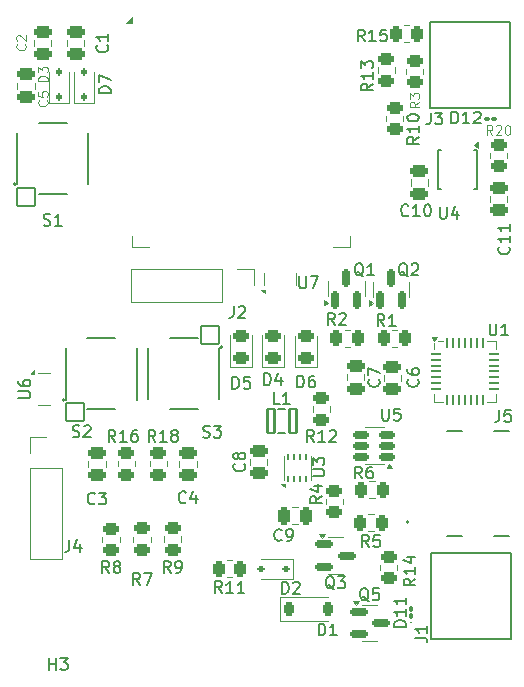
<source format=gto>
G04 #@! TF.GenerationSoftware,KiCad,Pcbnew,9.0.2*
G04 #@! TF.CreationDate,2025-07-03T10:04:56+02:00*
G04 #@! TF.ProjectId,Capteur_courant_IoT,43617074-6575-4725-9f63-6f7572616e74,rev?*
G04 #@! TF.SameCoordinates,Original*
G04 #@! TF.FileFunction,Legend,Top*
G04 #@! TF.FilePolarity,Positive*
%FSLAX46Y46*%
G04 Gerber Fmt 4.6, Leading zero omitted, Abs format (unit mm)*
G04 Created by KiCad (PCBNEW 9.0.2) date 2025-07-03 10:04:56*
%MOMM*%
%LPD*%
G01*
G04 APERTURE LIST*
G04 Aperture macros list*
%AMRoundRect*
0 Rectangle with rounded corners*
0 $1 Rounding radius*
0 $2 $3 $4 $5 $6 $7 $8 $9 X,Y pos of 4 corners*
0 Add a 4 corners polygon primitive as box body*
4,1,4,$2,$3,$4,$5,$6,$7,$8,$9,$2,$3,0*
0 Add four circle primitives for the rounded corners*
1,1,$1+$1,$2,$3*
1,1,$1+$1,$4,$5*
1,1,$1+$1,$6,$7*
1,1,$1+$1,$8,$9*
0 Add four rect primitives between the rounded corners*
20,1,$1+$1,$2,$3,$4,$5,0*
20,1,$1+$1,$4,$5,$6,$7,0*
20,1,$1+$1,$6,$7,$8,$9,0*
20,1,$1+$1,$8,$9,$2,$3,0*%
G04 Aperture macros list end*
%ADD10C,0.150000*%
%ADD11C,0.080000*%
%ADD12C,0.100000*%
%ADD13C,0.120000*%
%ADD14C,0.127000*%
%ADD15C,0.200000*%
%ADD16C,0.152400*%
%ADD17C,0.010000*%
%ADD18R,1.500000X0.900000*%
%ADD19R,0.900000X1.500000*%
%ADD20R,0.900000X0.900000*%
%ADD21C,0.600000*%
%ADD22RoundRect,0.250000X0.262500X0.450000X-0.262500X0.450000X-0.262500X-0.450000X0.262500X-0.450000X0*%
%ADD23RoundRect,0.112500X0.187500X0.112500X-0.187500X0.112500X-0.187500X-0.112500X0.187500X-0.112500X0*%
%ADD24RoundRect,0.250000X-0.475000X0.250000X-0.475000X-0.250000X0.475000X-0.250000X0.475000X0.250000X0*%
%ADD25RoundRect,0.250000X0.475000X-0.250000X0.475000X0.250000X-0.475000X0.250000X-0.475000X-0.250000X0*%
%ADD26RoundRect,0.250000X0.450000X-0.262500X0.450000X0.262500X-0.450000X0.262500X-0.450000X-0.262500X0*%
%ADD27C,5.600000*%
%ADD28RoundRect,0.150000X0.512500X0.150000X-0.512500X0.150000X-0.512500X-0.150000X0.512500X-0.150000X0*%
%ADD29RoundRect,0.250000X-0.262500X-0.450000X0.262500X-0.450000X0.262500X0.450000X-0.262500X0.450000X0*%
%ADD30RoundRect,0.102000X0.312500X1.000000X-0.312500X1.000000X-0.312500X-1.000000X0.312500X-1.000000X0*%
%ADD31RoundRect,0.150000X0.150000X-0.587500X0.150000X0.587500X-0.150000X0.587500X-0.150000X-0.587500X0*%
%ADD32RoundRect,0.250000X-0.450000X0.262500X-0.450000X-0.262500X0.450000X-0.262500X0.450000X0.262500X0*%
%ADD33R,0.250000X0.625000*%
%ADD34R,0.450000X0.700000*%
%ADD35R,0.450000X0.575000*%
%ADD36RoundRect,0.062500X-0.337500X-0.062500X0.337500X-0.062500X0.337500X0.062500X-0.337500X0.062500X0*%
%ADD37RoundRect,0.062500X-0.062500X-0.337500X0.062500X-0.337500X0.062500X0.337500X-0.062500X0.337500X0*%
%ADD38R,3.350000X3.350000*%
%ADD39R,0.625000X0.250000*%
%ADD40R,0.700000X0.450000*%
%ADD41R,0.575000X0.450000*%
%ADD42RoundRect,0.150000X-0.587500X-0.150000X0.587500X-0.150000X0.587500X0.150000X-0.587500X0.150000X0*%
%ADD43R,1.700000X1.700000*%
%ADD44C,1.700000*%
%ADD45RoundRect,0.102000X0.754000X-0.754000X0.754000X0.754000X-0.754000X0.754000X-0.754000X-0.754000X0*%
%ADD46C,1.712000*%
%ADD47RoundRect,0.100000X0.100000X-0.130000X0.100000X0.130000X-0.100000X0.130000X-0.100000X-0.130000X0*%
%ADD48RoundRect,0.243750X0.456250X-0.243750X0.456250X0.243750X-0.456250X0.243750X-0.456250X-0.243750X0*%
%ADD49C,1.651000*%
%ADD50RoundRect,0.062500X0.062500X-0.187500X0.062500X0.187500X-0.062500X0.187500X-0.062500X-0.187500X0*%
%ADD51R,1.600000X0.900000*%
%ADD52RoundRect,0.102000X-0.754000X0.754000X-0.754000X-0.754000X0.754000X-0.754000X0.754000X0.754000X0*%
%ADD53R,0.250000X1.100000*%
%ADD54RoundRect,0.112500X0.112500X-0.187500X0.112500X0.187500X-0.112500X0.187500X-0.112500X-0.187500X0*%
%ADD55RoundRect,0.100000X-0.130000X-0.100000X0.130000X-0.100000X0.130000X0.100000X-0.130000X0.100000X0*%
%ADD56RoundRect,0.250000X0.250000X0.475000X-0.250000X0.475000X-0.250000X-0.475000X0.250000X-0.475000X0*%
%ADD57RoundRect,0.225000X-0.225000X-0.375000X0.225000X-0.375000X0.225000X0.375000X-0.225000X0.375000X0*%
%ADD58C,0.650000*%
%ADD59O,2.304000X1.204000*%
%ADD60O,2.004000X1.204000*%
G04 APERTURE END LIST*
D10*
X150433333Y-99354819D02*
X150100000Y-98878628D01*
X149861905Y-99354819D02*
X149861905Y-98354819D01*
X149861905Y-98354819D02*
X150242857Y-98354819D01*
X150242857Y-98354819D02*
X150338095Y-98402438D01*
X150338095Y-98402438D02*
X150385714Y-98450057D01*
X150385714Y-98450057D02*
X150433333Y-98545295D01*
X150433333Y-98545295D02*
X150433333Y-98688152D01*
X150433333Y-98688152D02*
X150385714Y-98783390D01*
X150385714Y-98783390D02*
X150338095Y-98831009D01*
X150338095Y-98831009D02*
X150242857Y-98878628D01*
X150242857Y-98878628D02*
X149861905Y-98878628D01*
X150814286Y-98450057D02*
X150861905Y-98402438D01*
X150861905Y-98402438D02*
X150957143Y-98354819D01*
X150957143Y-98354819D02*
X151195238Y-98354819D01*
X151195238Y-98354819D02*
X151290476Y-98402438D01*
X151290476Y-98402438D02*
X151338095Y-98450057D01*
X151338095Y-98450057D02*
X151385714Y-98545295D01*
X151385714Y-98545295D02*
X151385714Y-98640533D01*
X151385714Y-98640533D02*
X151338095Y-98783390D01*
X151338095Y-98783390D02*
X150766667Y-99354819D01*
X150766667Y-99354819D02*
X151385714Y-99354819D01*
X145961905Y-122114819D02*
X145961905Y-121114819D01*
X145961905Y-121114819D02*
X146200000Y-121114819D01*
X146200000Y-121114819D02*
X146342857Y-121162438D01*
X146342857Y-121162438D02*
X146438095Y-121257676D01*
X146438095Y-121257676D02*
X146485714Y-121352914D01*
X146485714Y-121352914D02*
X146533333Y-121543390D01*
X146533333Y-121543390D02*
X146533333Y-121686247D01*
X146533333Y-121686247D02*
X146485714Y-121876723D01*
X146485714Y-121876723D02*
X146438095Y-121971961D01*
X146438095Y-121971961D02*
X146342857Y-122067200D01*
X146342857Y-122067200D02*
X146200000Y-122114819D01*
X146200000Y-122114819D02*
X145961905Y-122114819D01*
X146914286Y-121210057D02*
X146961905Y-121162438D01*
X146961905Y-121162438D02*
X147057143Y-121114819D01*
X147057143Y-121114819D02*
X147295238Y-121114819D01*
X147295238Y-121114819D02*
X147390476Y-121162438D01*
X147390476Y-121162438D02*
X147438095Y-121210057D01*
X147438095Y-121210057D02*
X147485714Y-121305295D01*
X147485714Y-121305295D02*
X147485714Y-121400533D01*
X147485714Y-121400533D02*
X147438095Y-121543390D01*
X147438095Y-121543390D02*
X146866667Y-122114819D01*
X146866667Y-122114819D02*
X147485714Y-122114819D01*
X142759580Y-111116666D02*
X142807200Y-111164285D01*
X142807200Y-111164285D02*
X142854819Y-111307142D01*
X142854819Y-111307142D02*
X142854819Y-111402380D01*
X142854819Y-111402380D02*
X142807200Y-111545237D01*
X142807200Y-111545237D02*
X142711961Y-111640475D01*
X142711961Y-111640475D02*
X142616723Y-111688094D01*
X142616723Y-111688094D02*
X142426247Y-111735713D01*
X142426247Y-111735713D02*
X142283390Y-111735713D01*
X142283390Y-111735713D02*
X142092914Y-111688094D01*
X142092914Y-111688094D02*
X141997676Y-111640475D01*
X141997676Y-111640475D02*
X141902438Y-111545237D01*
X141902438Y-111545237D02*
X141854819Y-111402380D01*
X141854819Y-111402380D02*
X141854819Y-111307142D01*
X141854819Y-111307142D02*
X141902438Y-111164285D01*
X141902438Y-111164285D02*
X141950057Y-111116666D01*
X142283390Y-110545237D02*
X142235771Y-110640475D01*
X142235771Y-110640475D02*
X142188152Y-110688094D01*
X142188152Y-110688094D02*
X142092914Y-110735713D01*
X142092914Y-110735713D02*
X142045295Y-110735713D01*
X142045295Y-110735713D02*
X141950057Y-110688094D01*
X141950057Y-110688094D02*
X141902438Y-110640475D01*
X141902438Y-110640475D02*
X141854819Y-110545237D01*
X141854819Y-110545237D02*
X141854819Y-110354761D01*
X141854819Y-110354761D02*
X141902438Y-110259523D01*
X141902438Y-110259523D02*
X141950057Y-110211904D01*
X141950057Y-110211904D02*
X142045295Y-110164285D01*
X142045295Y-110164285D02*
X142092914Y-110164285D01*
X142092914Y-110164285D02*
X142188152Y-110211904D01*
X142188152Y-110211904D02*
X142235771Y-110259523D01*
X142235771Y-110259523D02*
X142283390Y-110354761D01*
X142283390Y-110354761D02*
X142283390Y-110545237D01*
X142283390Y-110545237D02*
X142331009Y-110640475D01*
X142331009Y-110640475D02*
X142378628Y-110688094D01*
X142378628Y-110688094D02*
X142473866Y-110735713D01*
X142473866Y-110735713D02*
X142664342Y-110735713D01*
X142664342Y-110735713D02*
X142759580Y-110688094D01*
X142759580Y-110688094D02*
X142807200Y-110640475D01*
X142807200Y-110640475D02*
X142854819Y-110545237D01*
X142854819Y-110545237D02*
X142854819Y-110354761D01*
X142854819Y-110354761D02*
X142807200Y-110259523D01*
X142807200Y-110259523D02*
X142759580Y-110211904D01*
X142759580Y-110211904D02*
X142664342Y-110164285D01*
X142664342Y-110164285D02*
X142473866Y-110164285D01*
X142473866Y-110164285D02*
X142378628Y-110211904D01*
X142378628Y-110211904D02*
X142331009Y-110259523D01*
X142331009Y-110259523D02*
X142283390Y-110354761D01*
X157459580Y-103966666D02*
X157507200Y-104014285D01*
X157507200Y-104014285D02*
X157554819Y-104157142D01*
X157554819Y-104157142D02*
X157554819Y-104252380D01*
X157554819Y-104252380D02*
X157507200Y-104395237D01*
X157507200Y-104395237D02*
X157411961Y-104490475D01*
X157411961Y-104490475D02*
X157316723Y-104538094D01*
X157316723Y-104538094D02*
X157126247Y-104585713D01*
X157126247Y-104585713D02*
X156983390Y-104585713D01*
X156983390Y-104585713D02*
X156792914Y-104538094D01*
X156792914Y-104538094D02*
X156697676Y-104490475D01*
X156697676Y-104490475D02*
X156602438Y-104395237D01*
X156602438Y-104395237D02*
X156554819Y-104252380D01*
X156554819Y-104252380D02*
X156554819Y-104157142D01*
X156554819Y-104157142D02*
X156602438Y-104014285D01*
X156602438Y-104014285D02*
X156650057Y-103966666D01*
X156554819Y-103109523D02*
X156554819Y-103299999D01*
X156554819Y-103299999D02*
X156602438Y-103395237D01*
X156602438Y-103395237D02*
X156650057Y-103442856D01*
X156650057Y-103442856D02*
X156792914Y-103538094D01*
X156792914Y-103538094D02*
X156983390Y-103585713D01*
X156983390Y-103585713D02*
X157364342Y-103585713D01*
X157364342Y-103585713D02*
X157459580Y-103538094D01*
X157459580Y-103538094D02*
X157507200Y-103490475D01*
X157507200Y-103490475D02*
X157554819Y-103395237D01*
X157554819Y-103395237D02*
X157554819Y-103204761D01*
X157554819Y-103204761D02*
X157507200Y-103109523D01*
X157507200Y-103109523D02*
X157459580Y-103061904D01*
X157459580Y-103061904D02*
X157364342Y-103014285D01*
X157364342Y-103014285D02*
X157126247Y-103014285D01*
X157126247Y-103014285D02*
X157031009Y-103061904D01*
X157031009Y-103061904D02*
X156983390Y-103109523D01*
X156983390Y-103109523D02*
X156935771Y-103204761D01*
X156935771Y-103204761D02*
X156935771Y-103395237D01*
X156935771Y-103395237D02*
X156983390Y-103490475D01*
X156983390Y-103490475D02*
X157031009Y-103538094D01*
X157031009Y-103538094D02*
X157126247Y-103585713D01*
X157254819Y-120842857D02*
X156778628Y-121176190D01*
X157254819Y-121414285D02*
X156254819Y-121414285D01*
X156254819Y-121414285D02*
X156254819Y-121033333D01*
X156254819Y-121033333D02*
X156302438Y-120938095D01*
X156302438Y-120938095D02*
X156350057Y-120890476D01*
X156350057Y-120890476D02*
X156445295Y-120842857D01*
X156445295Y-120842857D02*
X156588152Y-120842857D01*
X156588152Y-120842857D02*
X156683390Y-120890476D01*
X156683390Y-120890476D02*
X156731009Y-120938095D01*
X156731009Y-120938095D02*
X156778628Y-121033333D01*
X156778628Y-121033333D02*
X156778628Y-121414285D01*
X157254819Y-119890476D02*
X157254819Y-120461904D01*
X157254819Y-120176190D02*
X156254819Y-120176190D01*
X156254819Y-120176190D02*
X156397676Y-120271428D01*
X156397676Y-120271428D02*
X156492914Y-120366666D01*
X156492914Y-120366666D02*
X156540533Y-120461904D01*
X156588152Y-119033333D02*
X157254819Y-119033333D01*
X156207200Y-119271428D02*
X156921485Y-119509523D01*
X156921485Y-119509523D02*
X156921485Y-118890476D01*
X154438095Y-106454819D02*
X154438095Y-107264342D01*
X154438095Y-107264342D02*
X154485714Y-107359580D01*
X154485714Y-107359580D02*
X154533333Y-107407200D01*
X154533333Y-107407200D02*
X154628571Y-107454819D01*
X154628571Y-107454819D02*
X154819047Y-107454819D01*
X154819047Y-107454819D02*
X154914285Y-107407200D01*
X154914285Y-107407200D02*
X154961904Y-107359580D01*
X154961904Y-107359580D02*
X155009523Y-107264342D01*
X155009523Y-107264342D02*
X155009523Y-106454819D01*
X155961904Y-106454819D02*
X155485714Y-106454819D01*
X155485714Y-106454819D02*
X155438095Y-106931009D01*
X155438095Y-106931009D02*
X155485714Y-106883390D01*
X155485714Y-106883390D02*
X155580952Y-106835771D01*
X155580952Y-106835771D02*
X155819047Y-106835771D01*
X155819047Y-106835771D02*
X155914285Y-106883390D01*
X155914285Y-106883390D02*
X155961904Y-106931009D01*
X155961904Y-106931009D02*
X156009523Y-107026247D01*
X156009523Y-107026247D02*
X156009523Y-107264342D01*
X156009523Y-107264342D02*
X155961904Y-107359580D01*
X155961904Y-107359580D02*
X155914285Y-107407200D01*
X155914285Y-107407200D02*
X155819047Y-107454819D01*
X155819047Y-107454819D02*
X155580952Y-107454819D01*
X155580952Y-107454819D02*
X155485714Y-107407200D01*
X155485714Y-107407200D02*
X155438095Y-107359580D01*
X148657142Y-109254819D02*
X148323809Y-108778628D01*
X148085714Y-109254819D02*
X148085714Y-108254819D01*
X148085714Y-108254819D02*
X148466666Y-108254819D01*
X148466666Y-108254819D02*
X148561904Y-108302438D01*
X148561904Y-108302438D02*
X148609523Y-108350057D01*
X148609523Y-108350057D02*
X148657142Y-108445295D01*
X148657142Y-108445295D02*
X148657142Y-108588152D01*
X148657142Y-108588152D02*
X148609523Y-108683390D01*
X148609523Y-108683390D02*
X148561904Y-108731009D01*
X148561904Y-108731009D02*
X148466666Y-108778628D01*
X148466666Y-108778628D02*
X148085714Y-108778628D01*
X149609523Y-109254819D02*
X149038095Y-109254819D01*
X149323809Y-109254819D02*
X149323809Y-108254819D01*
X149323809Y-108254819D02*
X149228571Y-108397676D01*
X149228571Y-108397676D02*
X149133333Y-108492914D01*
X149133333Y-108492914D02*
X149038095Y-108540533D01*
X149990476Y-108350057D02*
X150038095Y-108302438D01*
X150038095Y-108302438D02*
X150133333Y-108254819D01*
X150133333Y-108254819D02*
X150371428Y-108254819D01*
X150371428Y-108254819D02*
X150466666Y-108302438D01*
X150466666Y-108302438D02*
X150514285Y-108350057D01*
X150514285Y-108350057D02*
X150561904Y-108445295D01*
X150561904Y-108445295D02*
X150561904Y-108540533D01*
X150561904Y-108540533D02*
X150514285Y-108683390D01*
X150514285Y-108683390D02*
X149942857Y-109254819D01*
X149942857Y-109254819D02*
X150561904Y-109254819D01*
D11*
X157585935Y-80473332D02*
X157204982Y-80739999D01*
X157585935Y-80930475D02*
X156785935Y-80930475D01*
X156785935Y-80930475D02*
X156785935Y-80625713D01*
X156785935Y-80625713D02*
X156824030Y-80549523D01*
X156824030Y-80549523D02*
X156862125Y-80511428D01*
X156862125Y-80511428D02*
X156938316Y-80473332D01*
X156938316Y-80473332D02*
X157052601Y-80473332D01*
X157052601Y-80473332D02*
X157128792Y-80511428D01*
X157128792Y-80511428D02*
X157166887Y-80549523D01*
X157166887Y-80549523D02*
X157204982Y-80625713D01*
X157204982Y-80625713D02*
X157204982Y-80930475D01*
X156785935Y-80206666D02*
X156785935Y-79711428D01*
X156785935Y-79711428D02*
X157090697Y-79978094D01*
X157090697Y-79978094D02*
X157090697Y-79863809D01*
X157090697Y-79863809D02*
X157128792Y-79787618D01*
X157128792Y-79787618D02*
X157166887Y-79749523D01*
X157166887Y-79749523D02*
X157243078Y-79711428D01*
X157243078Y-79711428D02*
X157433554Y-79711428D01*
X157433554Y-79711428D02*
X157509744Y-79749523D01*
X157509744Y-79749523D02*
X157547840Y-79787618D01*
X157547840Y-79787618D02*
X157585935Y-79863809D01*
X157585935Y-79863809D02*
X157585935Y-80092380D01*
X157585935Y-80092380D02*
X157547840Y-80168571D01*
X157547840Y-80168571D02*
X157509744Y-80206666D01*
D10*
X153333333Y-118154819D02*
X153000000Y-117678628D01*
X152761905Y-118154819D02*
X152761905Y-117154819D01*
X152761905Y-117154819D02*
X153142857Y-117154819D01*
X153142857Y-117154819D02*
X153238095Y-117202438D01*
X153238095Y-117202438D02*
X153285714Y-117250057D01*
X153285714Y-117250057D02*
X153333333Y-117345295D01*
X153333333Y-117345295D02*
X153333333Y-117488152D01*
X153333333Y-117488152D02*
X153285714Y-117583390D01*
X153285714Y-117583390D02*
X153238095Y-117631009D01*
X153238095Y-117631009D02*
X153142857Y-117678628D01*
X153142857Y-117678628D02*
X152761905Y-117678628D01*
X154238095Y-117154819D02*
X153761905Y-117154819D01*
X153761905Y-117154819D02*
X153714286Y-117631009D01*
X153714286Y-117631009D02*
X153761905Y-117583390D01*
X153761905Y-117583390D02*
X153857143Y-117535771D01*
X153857143Y-117535771D02*
X154095238Y-117535771D01*
X154095238Y-117535771D02*
X154190476Y-117583390D01*
X154190476Y-117583390D02*
X154238095Y-117631009D01*
X154238095Y-117631009D02*
X154285714Y-117726247D01*
X154285714Y-117726247D02*
X154285714Y-117964342D01*
X154285714Y-117964342D02*
X154238095Y-118059580D01*
X154238095Y-118059580D02*
X154190476Y-118107200D01*
X154190476Y-118107200D02*
X154095238Y-118154819D01*
X154095238Y-118154819D02*
X153857143Y-118154819D01*
X153857143Y-118154819D02*
X153761905Y-118107200D01*
X153761905Y-118107200D02*
X153714286Y-118059580D01*
X149354819Y-113866666D02*
X148878628Y-114199999D01*
X149354819Y-114438094D02*
X148354819Y-114438094D01*
X148354819Y-114438094D02*
X148354819Y-114057142D01*
X148354819Y-114057142D02*
X148402438Y-113961904D01*
X148402438Y-113961904D02*
X148450057Y-113914285D01*
X148450057Y-113914285D02*
X148545295Y-113866666D01*
X148545295Y-113866666D02*
X148688152Y-113866666D01*
X148688152Y-113866666D02*
X148783390Y-113914285D01*
X148783390Y-113914285D02*
X148831009Y-113961904D01*
X148831009Y-113961904D02*
X148878628Y-114057142D01*
X148878628Y-114057142D02*
X148878628Y-114438094D01*
X148688152Y-113009523D02*
X149354819Y-113009523D01*
X148307200Y-113247618D02*
X149021485Y-113485713D01*
X149021485Y-113485713D02*
X149021485Y-112866666D01*
X154633333Y-99454819D02*
X154300000Y-98978628D01*
X154061905Y-99454819D02*
X154061905Y-98454819D01*
X154061905Y-98454819D02*
X154442857Y-98454819D01*
X154442857Y-98454819D02*
X154538095Y-98502438D01*
X154538095Y-98502438D02*
X154585714Y-98550057D01*
X154585714Y-98550057D02*
X154633333Y-98645295D01*
X154633333Y-98645295D02*
X154633333Y-98788152D01*
X154633333Y-98788152D02*
X154585714Y-98883390D01*
X154585714Y-98883390D02*
X154538095Y-98931009D01*
X154538095Y-98931009D02*
X154442857Y-98978628D01*
X154442857Y-98978628D02*
X154061905Y-98978628D01*
X155585714Y-99454819D02*
X155014286Y-99454819D01*
X155300000Y-99454819D02*
X155300000Y-98454819D01*
X155300000Y-98454819D02*
X155204762Y-98597676D01*
X155204762Y-98597676D02*
X155109524Y-98692914D01*
X155109524Y-98692914D02*
X155014286Y-98740533D01*
X145770833Y-106054819D02*
X145294643Y-106054819D01*
X145294643Y-106054819D02*
X145294643Y-105054819D01*
X146627976Y-106054819D02*
X146056548Y-106054819D01*
X146342262Y-106054819D02*
X146342262Y-105054819D01*
X146342262Y-105054819D02*
X146247024Y-105197676D01*
X146247024Y-105197676D02*
X146151786Y-105292914D01*
X146151786Y-105292914D02*
X146056548Y-105340533D01*
X152733333Y-112354819D02*
X152400000Y-111878628D01*
X152161905Y-112354819D02*
X152161905Y-111354819D01*
X152161905Y-111354819D02*
X152542857Y-111354819D01*
X152542857Y-111354819D02*
X152638095Y-111402438D01*
X152638095Y-111402438D02*
X152685714Y-111450057D01*
X152685714Y-111450057D02*
X152733333Y-111545295D01*
X152733333Y-111545295D02*
X152733333Y-111688152D01*
X152733333Y-111688152D02*
X152685714Y-111783390D01*
X152685714Y-111783390D02*
X152638095Y-111831009D01*
X152638095Y-111831009D02*
X152542857Y-111878628D01*
X152542857Y-111878628D02*
X152161905Y-111878628D01*
X153590476Y-111354819D02*
X153400000Y-111354819D01*
X153400000Y-111354819D02*
X153304762Y-111402438D01*
X153304762Y-111402438D02*
X153257143Y-111450057D01*
X153257143Y-111450057D02*
X153161905Y-111592914D01*
X153161905Y-111592914D02*
X153114286Y-111783390D01*
X153114286Y-111783390D02*
X153114286Y-112164342D01*
X153114286Y-112164342D02*
X153161905Y-112259580D01*
X153161905Y-112259580D02*
X153209524Y-112307200D01*
X153209524Y-112307200D02*
X153304762Y-112354819D01*
X153304762Y-112354819D02*
X153495238Y-112354819D01*
X153495238Y-112354819D02*
X153590476Y-112307200D01*
X153590476Y-112307200D02*
X153638095Y-112259580D01*
X153638095Y-112259580D02*
X153685714Y-112164342D01*
X153685714Y-112164342D02*
X153685714Y-111926247D01*
X153685714Y-111926247D02*
X153638095Y-111831009D01*
X153638095Y-111831009D02*
X153590476Y-111783390D01*
X153590476Y-111783390D02*
X153495238Y-111735771D01*
X153495238Y-111735771D02*
X153304762Y-111735771D01*
X153304762Y-111735771D02*
X153209524Y-111783390D01*
X153209524Y-111783390D02*
X153161905Y-111831009D01*
X153161905Y-111831009D02*
X153114286Y-111926247D01*
X152864761Y-95250057D02*
X152769523Y-95202438D01*
X152769523Y-95202438D02*
X152674285Y-95107200D01*
X152674285Y-95107200D02*
X152531428Y-94964342D01*
X152531428Y-94964342D02*
X152436190Y-94916723D01*
X152436190Y-94916723D02*
X152340952Y-94916723D01*
X152388571Y-95154819D02*
X152293333Y-95107200D01*
X152293333Y-95107200D02*
X152198095Y-95011961D01*
X152198095Y-95011961D02*
X152150476Y-94821485D01*
X152150476Y-94821485D02*
X152150476Y-94488152D01*
X152150476Y-94488152D02*
X152198095Y-94297676D01*
X152198095Y-94297676D02*
X152293333Y-94202438D01*
X152293333Y-94202438D02*
X152388571Y-94154819D01*
X152388571Y-94154819D02*
X152579047Y-94154819D01*
X152579047Y-94154819D02*
X152674285Y-94202438D01*
X152674285Y-94202438D02*
X152769523Y-94297676D01*
X152769523Y-94297676D02*
X152817142Y-94488152D01*
X152817142Y-94488152D02*
X152817142Y-94821485D01*
X152817142Y-94821485D02*
X152769523Y-95011961D01*
X152769523Y-95011961D02*
X152674285Y-95107200D01*
X152674285Y-95107200D02*
X152579047Y-95154819D01*
X152579047Y-95154819D02*
X152388571Y-95154819D01*
X153769523Y-95154819D02*
X153198095Y-95154819D01*
X153483809Y-95154819D02*
X153483809Y-94154819D01*
X153483809Y-94154819D02*
X153388571Y-94297676D01*
X153388571Y-94297676D02*
X153293333Y-94392914D01*
X153293333Y-94392914D02*
X153198095Y-94440533D01*
X156657142Y-90059580D02*
X156609523Y-90107200D01*
X156609523Y-90107200D02*
X156466666Y-90154819D01*
X156466666Y-90154819D02*
X156371428Y-90154819D01*
X156371428Y-90154819D02*
X156228571Y-90107200D01*
X156228571Y-90107200D02*
X156133333Y-90011961D01*
X156133333Y-90011961D02*
X156085714Y-89916723D01*
X156085714Y-89916723D02*
X156038095Y-89726247D01*
X156038095Y-89726247D02*
X156038095Y-89583390D01*
X156038095Y-89583390D02*
X156085714Y-89392914D01*
X156085714Y-89392914D02*
X156133333Y-89297676D01*
X156133333Y-89297676D02*
X156228571Y-89202438D01*
X156228571Y-89202438D02*
X156371428Y-89154819D01*
X156371428Y-89154819D02*
X156466666Y-89154819D01*
X156466666Y-89154819D02*
X156609523Y-89202438D01*
X156609523Y-89202438D02*
X156657142Y-89250057D01*
X157609523Y-90154819D02*
X157038095Y-90154819D01*
X157323809Y-90154819D02*
X157323809Y-89154819D01*
X157323809Y-89154819D02*
X157228571Y-89297676D01*
X157228571Y-89297676D02*
X157133333Y-89392914D01*
X157133333Y-89392914D02*
X157038095Y-89440533D01*
X158228571Y-89154819D02*
X158323809Y-89154819D01*
X158323809Y-89154819D02*
X158419047Y-89202438D01*
X158419047Y-89202438D02*
X158466666Y-89250057D01*
X158466666Y-89250057D02*
X158514285Y-89345295D01*
X158514285Y-89345295D02*
X158561904Y-89535771D01*
X158561904Y-89535771D02*
X158561904Y-89773866D01*
X158561904Y-89773866D02*
X158514285Y-89964342D01*
X158514285Y-89964342D02*
X158466666Y-90059580D01*
X158466666Y-90059580D02*
X158419047Y-90107200D01*
X158419047Y-90107200D02*
X158323809Y-90154819D01*
X158323809Y-90154819D02*
X158228571Y-90154819D01*
X158228571Y-90154819D02*
X158133333Y-90107200D01*
X158133333Y-90107200D02*
X158085714Y-90059580D01*
X158085714Y-90059580D02*
X158038095Y-89964342D01*
X158038095Y-89964342D02*
X157990476Y-89773866D01*
X157990476Y-89773866D02*
X157990476Y-89535771D01*
X157990476Y-89535771D02*
X158038095Y-89345295D01*
X158038095Y-89345295D02*
X158085714Y-89250057D01*
X158085714Y-89250057D02*
X158133333Y-89202438D01*
X158133333Y-89202438D02*
X158228571Y-89154819D01*
D12*
X163785714Y-83264895D02*
X163519047Y-82883942D01*
X163328571Y-83264895D02*
X163328571Y-82464895D01*
X163328571Y-82464895D02*
X163633333Y-82464895D01*
X163633333Y-82464895D02*
X163709523Y-82502990D01*
X163709523Y-82502990D02*
X163747618Y-82541085D01*
X163747618Y-82541085D02*
X163785714Y-82617276D01*
X163785714Y-82617276D02*
X163785714Y-82731561D01*
X163785714Y-82731561D02*
X163747618Y-82807752D01*
X163747618Y-82807752D02*
X163709523Y-82845847D01*
X163709523Y-82845847D02*
X163633333Y-82883942D01*
X163633333Y-82883942D02*
X163328571Y-82883942D01*
X164090475Y-82541085D02*
X164128571Y-82502990D01*
X164128571Y-82502990D02*
X164204761Y-82464895D01*
X164204761Y-82464895D02*
X164395237Y-82464895D01*
X164395237Y-82464895D02*
X164471428Y-82502990D01*
X164471428Y-82502990D02*
X164509523Y-82541085D01*
X164509523Y-82541085D02*
X164547618Y-82617276D01*
X164547618Y-82617276D02*
X164547618Y-82693466D01*
X164547618Y-82693466D02*
X164509523Y-82807752D01*
X164509523Y-82807752D02*
X164052380Y-83264895D01*
X164052380Y-83264895D02*
X164547618Y-83264895D01*
X165042857Y-82464895D02*
X165119047Y-82464895D01*
X165119047Y-82464895D02*
X165195238Y-82502990D01*
X165195238Y-82502990D02*
X165233333Y-82541085D01*
X165233333Y-82541085D02*
X165271428Y-82617276D01*
X165271428Y-82617276D02*
X165309523Y-82769657D01*
X165309523Y-82769657D02*
X165309523Y-82960133D01*
X165309523Y-82960133D02*
X165271428Y-83112514D01*
X165271428Y-83112514D02*
X165233333Y-83188704D01*
X165233333Y-83188704D02*
X165195238Y-83226800D01*
X165195238Y-83226800D02*
X165119047Y-83264895D01*
X165119047Y-83264895D02*
X165042857Y-83264895D01*
X165042857Y-83264895D02*
X164966666Y-83226800D01*
X164966666Y-83226800D02*
X164928571Y-83188704D01*
X164928571Y-83188704D02*
X164890476Y-83112514D01*
X164890476Y-83112514D02*
X164852380Y-82960133D01*
X164852380Y-82960133D02*
X164852380Y-82769657D01*
X164852380Y-82769657D02*
X164890476Y-82617276D01*
X164890476Y-82617276D02*
X164928571Y-82541085D01*
X164928571Y-82541085D02*
X164966666Y-82502990D01*
X164966666Y-82502990D02*
X165042857Y-82464895D01*
D10*
X126238095Y-128554819D02*
X126238095Y-127554819D01*
X126238095Y-128031009D02*
X126809523Y-128031009D01*
X126809523Y-128554819D02*
X126809523Y-127554819D01*
X127190476Y-127554819D02*
X127809523Y-127554819D01*
X127809523Y-127554819D02*
X127476190Y-127935771D01*
X127476190Y-127935771D02*
X127619047Y-127935771D01*
X127619047Y-127935771D02*
X127714285Y-127983390D01*
X127714285Y-127983390D02*
X127761904Y-128031009D01*
X127761904Y-128031009D02*
X127809523Y-128126247D01*
X127809523Y-128126247D02*
X127809523Y-128364342D01*
X127809523Y-128364342D02*
X127761904Y-128459580D01*
X127761904Y-128459580D02*
X127714285Y-128507200D01*
X127714285Y-128507200D02*
X127619047Y-128554819D01*
X127619047Y-128554819D02*
X127333333Y-128554819D01*
X127333333Y-128554819D02*
X127238095Y-128507200D01*
X127238095Y-128507200D02*
X127190476Y-128459580D01*
D11*
X126039744Y-80333332D02*
X126077840Y-80371428D01*
X126077840Y-80371428D02*
X126115935Y-80485713D01*
X126115935Y-80485713D02*
X126115935Y-80561904D01*
X126115935Y-80561904D02*
X126077840Y-80676190D01*
X126077840Y-80676190D02*
X126001649Y-80752380D01*
X126001649Y-80752380D02*
X125925459Y-80790475D01*
X125925459Y-80790475D02*
X125773078Y-80828571D01*
X125773078Y-80828571D02*
X125658792Y-80828571D01*
X125658792Y-80828571D02*
X125506411Y-80790475D01*
X125506411Y-80790475D02*
X125430220Y-80752380D01*
X125430220Y-80752380D02*
X125354030Y-80676190D01*
X125354030Y-80676190D02*
X125315935Y-80561904D01*
X125315935Y-80561904D02*
X125315935Y-80485713D01*
X125315935Y-80485713D02*
X125354030Y-80371428D01*
X125354030Y-80371428D02*
X125392125Y-80333332D01*
X125315935Y-79609523D02*
X125315935Y-79990475D01*
X125315935Y-79990475D02*
X125696887Y-80028571D01*
X125696887Y-80028571D02*
X125658792Y-79990475D01*
X125658792Y-79990475D02*
X125620697Y-79914285D01*
X125620697Y-79914285D02*
X125620697Y-79723809D01*
X125620697Y-79723809D02*
X125658792Y-79647618D01*
X125658792Y-79647618D02*
X125696887Y-79609523D01*
X125696887Y-79609523D02*
X125773078Y-79571428D01*
X125773078Y-79571428D02*
X125963554Y-79571428D01*
X125963554Y-79571428D02*
X126039744Y-79609523D01*
X126039744Y-79609523D02*
X126077840Y-79647618D01*
X126077840Y-79647618D02*
X126115935Y-79723809D01*
X126115935Y-79723809D02*
X126115935Y-79914285D01*
X126115935Y-79914285D02*
X126077840Y-79990475D01*
X126077840Y-79990475D02*
X126039744Y-80028571D01*
D10*
X137833333Y-114359580D02*
X137785714Y-114407200D01*
X137785714Y-114407200D02*
X137642857Y-114454819D01*
X137642857Y-114454819D02*
X137547619Y-114454819D01*
X137547619Y-114454819D02*
X137404762Y-114407200D01*
X137404762Y-114407200D02*
X137309524Y-114311961D01*
X137309524Y-114311961D02*
X137261905Y-114216723D01*
X137261905Y-114216723D02*
X137214286Y-114026247D01*
X137214286Y-114026247D02*
X137214286Y-113883390D01*
X137214286Y-113883390D02*
X137261905Y-113692914D01*
X137261905Y-113692914D02*
X137309524Y-113597676D01*
X137309524Y-113597676D02*
X137404762Y-113502438D01*
X137404762Y-113502438D02*
X137547619Y-113454819D01*
X137547619Y-113454819D02*
X137642857Y-113454819D01*
X137642857Y-113454819D02*
X137785714Y-113502438D01*
X137785714Y-113502438D02*
X137833333Y-113550057D01*
X138690476Y-113788152D02*
X138690476Y-114454819D01*
X138452381Y-113407200D02*
X138214286Y-114121485D01*
X138214286Y-114121485D02*
X138833333Y-114121485D01*
X153654819Y-78930357D02*
X153178628Y-79263690D01*
X153654819Y-79501785D02*
X152654819Y-79501785D01*
X152654819Y-79501785D02*
X152654819Y-79120833D01*
X152654819Y-79120833D02*
X152702438Y-79025595D01*
X152702438Y-79025595D02*
X152750057Y-78977976D01*
X152750057Y-78977976D02*
X152845295Y-78930357D01*
X152845295Y-78930357D02*
X152988152Y-78930357D01*
X152988152Y-78930357D02*
X153083390Y-78977976D01*
X153083390Y-78977976D02*
X153131009Y-79025595D01*
X153131009Y-79025595D02*
X153178628Y-79120833D01*
X153178628Y-79120833D02*
X153178628Y-79501785D01*
X153654819Y-77977976D02*
X153654819Y-78549404D01*
X153654819Y-78263690D02*
X152654819Y-78263690D01*
X152654819Y-78263690D02*
X152797676Y-78358928D01*
X152797676Y-78358928D02*
X152892914Y-78454166D01*
X152892914Y-78454166D02*
X152940533Y-78549404D01*
X152654819Y-77644642D02*
X152654819Y-77025595D01*
X152654819Y-77025595D02*
X153035771Y-77358928D01*
X153035771Y-77358928D02*
X153035771Y-77216071D01*
X153035771Y-77216071D02*
X153083390Y-77120833D01*
X153083390Y-77120833D02*
X153131009Y-77073214D01*
X153131009Y-77073214D02*
X153226247Y-77025595D01*
X153226247Y-77025595D02*
X153464342Y-77025595D01*
X153464342Y-77025595D02*
X153559580Y-77073214D01*
X153559580Y-77073214D02*
X153607200Y-77120833D01*
X153607200Y-77120833D02*
X153654819Y-77216071D01*
X153654819Y-77216071D02*
X153654819Y-77501785D01*
X153654819Y-77501785D02*
X153607200Y-77597023D01*
X153607200Y-77597023D02*
X153559580Y-77644642D01*
X133933333Y-121354819D02*
X133600000Y-120878628D01*
X133361905Y-121354819D02*
X133361905Y-120354819D01*
X133361905Y-120354819D02*
X133742857Y-120354819D01*
X133742857Y-120354819D02*
X133838095Y-120402438D01*
X133838095Y-120402438D02*
X133885714Y-120450057D01*
X133885714Y-120450057D02*
X133933333Y-120545295D01*
X133933333Y-120545295D02*
X133933333Y-120688152D01*
X133933333Y-120688152D02*
X133885714Y-120783390D01*
X133885714Y-120783390D02*
X133838095Y-120831009D01*
X133838095Y-120831009D02*
X133742857Y-120878628D01*
X133742857Y-120878628D02*
X133361905Y-120878628D01*
X134266667Y-120354819D02*
X134933333Y-120354819D01*
X134933333Y-120354819D02*
X134504762Y-121354819D01*
X147438095Y-95254819D02*
X147438095Y-96064342D01*
X147438095Y-96064342D02*
X147485714Y-96159580D01*
X147485714Y-96159580D02*
X147533333Y-96207200D01*
X147533333Y-96207200D02*
X147628571Y-96254819D01*
X147628571Y-96254819D02*
X147819047Y-96254819D01*
X147819047Y-96254819D02*
X147914285Y-96207200D01*
X147914285Y-96207200D02*
X147961904Y-96159580D01*
X147961904Y-96159580D02*
X148009523Y-96064342D01*
X148009523Y-96064342D02*
X148009523Y-95254819D01*
X148390476Y-95254819D02*
X149057142Y-95254819D01*
X149057142Y-95254819D02*
X148628571Y-96254819D01*
X163538095Y-99254819D02*
X163538095Y-100064342D01*
X163538095Y-100064342D02*
X163585714Y-100159580D01*
X163585714Y-100159580D02*
X163633333Y-100207200D01*
X163633333Y-100207200D02*
X163728571Y-100254819D01*
X163728571Y-100254819D02*
X163919047Y-100254819D01*
X163919047Y-100254819D02*
X164014285Y-100207200D01*
X164014285Y-100207200D02*
X164061904Y-100159580D01*
X164061904Y-100159580D02*
X164109523Y-100064342D01*
X164109523Y-100064342D02*
X164109523Y-99254819D01*
X165109523Y-100254819D02*
X164538095Y-100254819D01*
X164823809Y-100254819D02*
X164823809Y-99254819D01*
X164823809Y-99254819D02*
X164728571Y-99397676D01*
X164728571Y-99397676D02*
X164633333Y-99492914D01*
X164633333Y-99492914D02*
X164538095Y-99540533D01*
X152957142Y-75354819D02*
X152623809Y-74878628D01*
X152385714Y-75354819D02*
X152385714Y-74354819D01*
X152385714Y-74354819D02*
X152766666Y-74354819D01*
X152766666Y-74354819D02*
X152861904Y-74402438D01*
X152861904Y-74402438D02*
X152909523Y-74450057D01*
X152909523Y-74450057D02*
X152957142Y-74545295D01*
X152957142Y-74545295D02*
X152957142Y-74688152D01*
X152957142Y-74688152D02*
X152909523Y-74783390D01*
X152909523Y-74783390D02*
X152861904Y-74831009D01*
X152861904Y-74831009D02*
X152766666Y-74878628D01*
X152766666Y-74878628D02*
X152385714Y-74878628D01*
X153909523Y-75354819D02*
X153338095Y-75354819D01*
X153623809Y-75354819D02*
X153623809Y-74354819D01*
X153623809Y-74354819D02*
X153528571Y-74497676D01*
X153528571Y-74497676D02*
X153433333Y-74592914D01*
X153433333Y-74592914D02*
X153338095Y-74640533D01*
X154814285Y-74354819D02*
X154338095Y-74354819D01*
X154338095Y-74354819D02*
X154290476Y-74831009D01*
X154290476Y-74831009D02*
X154338095Y-74783390D01*
X154338095Y-74783390D02*
X154433333Y-74735771D01*
X154433333Y-74735771D02*
X154671428Y-74735771D01*
X154671428Y-74735771D02*
X154766666Y-74783390D01*
X154766666Y-74783390D02*
X154814285Y-74831009D01*
X154814285Y-74831009D02*
X154861904Y-74926247D01*
X154861904Y-74926247D02*
X154861904Y-75164342D01*
X154861904Y-75164342D02*
X154814285Y-75259580D01*
X154814285Y-75259580D02*
X154766666Y-75307200D01*
X154766666Y-75307200D02*
X154671428Y-75354819D01*
X154671428Y-75354819D02*
X154433333Y-75354819D01*
X154433333Y-75354819D02*
X154338095Y-75307200D01*
X154338095Y-75307200D02*
X154290476Y-75259580D01*
X123654819Y-105561904D02*
X124464342Y-105561904D01*
X124464342Y-105561904D02*
X124559580Y-105514285D01*
X124559580Y-105514285D02*
X124607200Y-105466666D01*
X124607200Y-105466666D02*
X124654819Y-105371428D01*
X124654819Y-105371428D02*
X124654819Y-105180952D01*
X124654819Y-105180952D02*
X124607200Y-105085714D01*
X124607200Y-105085714D02*
X124559580Y-105038095D01*
X124559580Y-105038095D02*
X124464342Y-104990476D01*
X124464342Y-104990476D02*
X123654819Y-104990476D01*
X123654819Y-104085714D02*
X123654819Y-104276190D01*
X123654819Y-104276190D02*
X123702438Y-104371428D01*
X123702438Y-104371428D02*
X123750057Y-104419047D01*
X123750057Y-104419047D02*
X123892914Y-104514285D01*
X123892914Y-104514285D02*
X124083390Y-104561904D01*
X124083390Y-104561904D02*
X124464342Y-104561904D01*
X124464342Y-104561904D02*
X124559580Y-104514285D01*
X124559580Y-104514285D02*
X124607200Y-104466666D01*
X124607200Y-104466666D02*
X124654819Y-104371428D01*
X124654819Y-104371428D02*
X124654819Y-104180952D01*
X124654819Y-104180952D02*
X124607200Y-104085714D01*
X124607200Y-104085714D02*
X124559580Y-104038095D01*
X124559580Y-104038095D02*
X124464342Y-103990476D01*
X124464342Y-103990476D02*
X124226247Y-103990476D01*
X124226247Y-103990476D02*
X124131009Y-104038095D01*
X124131009Y-104038095D02*
X124083390Y-104085714D01*
X124083390Y-104085714D02*
X124035771Y-104180952D01*
X124035771Y-104180952D02*
X124035771Y-104371428D01*
X124035771Y-104371428D02*
X124083390Y-104466666D01*
X124083390Y-104466666D02*
X124131009Y-104514285D01*
X124131009Y-104514285D02*
X124226247Y-104561904D01*
X150404761Y-121750057D02*
X150309523Y-121702438D01*
X150309523Y-121702438D02*
X150214285Y-121607200D01*
X150214285Y-121607200D02*
X150071428Y-121464342D01*
X150071428Y-121464342D02*
X149976190Y-121416723D01*
X149976190Y-121416723D02*
X149880952Y-121416723D01*
X149928571Y-121654819D02*
X149833333Y-121607200D01*
X149833333Y-121607200D02*
X149738095Y-121511961D01*
X149738095Y-121511961D02*
X149690476Y-121321485D01*
X149690476Y-121321485D02*
X149690476Y-120988152D01*
X149690476Y-120988152D02*
X149738095Y-120797676D01*
X149738095Y-120797676D02*
X149833333Y-120702438D01*
X149833333Y-120702438D02*
X149928571Y-120654819D01*
X149928571Y-120654819D02*
X150119047Y-120654819D01*
X150119047Y-120654819D02*
X150214285Y-120702438D01*
X150214285Y-120702438D02*
X150309523Y-120797676D01*
X150309523Y-120797676D02*
X150357142Y-120988152D01*
X150357142Y-120988152D02*
X150357142Y-121321485D01*
X150357142Y-121321485D02*
X150309523Y-121511961D01*
X150309523Y-121511961D02*
X150214285Y-121607200D01*
X150214285Y-121607200D02*
X150119047Y-121654819D01*
X150119047Y-121654819D02*
X149928571Y-121654819D01*
X150690476Y-120654819D02*
X151309523Y-120654819D01*
X151309523Y-120654819D02*
X150976190Y-121035771D01*
X150976190Y-121035771D02*
X151119047Y-121035771D01*
X151119047Y-121035771D02*
X151214285Y-121083390D01*
X151214285Y-121083390D02*
X151261904Y-121131009D01*
X151261904Y-121131009D02*
X151309523Y-121226247D01*
X151309523Y-121226247D02*
X151309523Y-121464342D01*
X151309523Y-121464342D02*
X151261904Y-121559580D01*
X151261904Y-121559580D02*
X151214285Y-121607200D01*
X151214285Y-121607200D02*
X151119047Y-121654819D01*
X151119047Y-121654819D02*
X150833333Y-121654819D01*
X150833333Y-121654819D02*
X150738095Y-121607200D01*
X150738095Y-121607200D02*
X150690476Y-121559580D01*
X153304761Y-122750057D02*
X153209523Y-122702438D01*
X153209523Y-122702438D02*
X153114285Y-122607200D01*
X153114285Y-122607200D02*
X152971428Y-122464342D01*
X152971428Y-122464342D02*
X152876190Y-122416723D01*
X152876190Y-122416723D02*
X152780952Y-122416723D01*
X152828571Y-122654819D02*
X152733333Y-122607200D01*
X152733333Y-122607200D02*
X152638095Y-122511961D01*
X152638095Y-122511961D02*
X152590476Y-122321485D01*
X152590476Y-122321485D02*
X152590476Y-121988152D01*
X152590476Y-121988152D02*
X152638095Y-121797676D01*
X152638095Y-121797676D02*
X152733333Y-121702438D01*
X152733333Y-121702438D02*
X152828571Y-121654819D01*
X152828571Y-121654819D02*
X153019047Y-121654819D01*
X153019047Y-121654819D02*
X153114285Y-121702438D01*
X153114285Y-121702438D02*
X153209523Y-121797676D01*
X153209523Y-121797676D02*
X153257142Y-121988152D01*
X153257142Y-121988152D02*
X153257142Y-122321485D01*
X153257142Y-122321485D02*
X153209523Y-122511961D01*
X153209523Y-122511961D02*
X153114285Y-122607200D01*
X153114285Y-122607200D02*
X153019047Y-122654819D01*
X153019047Y-122654819D02*
X152828571Y-122654819D01*
X154161904Y-121654819D02*
X153685714Y-121654819D01*
X153685714Y-121654819D02*
X153638095Y-122131009D01*
X153638095Y-122131009D02*
X153685714Y-122083390D01*
X153685714Y-122083390D02*
X153780952Y-122035771D01*
X153780952Y-122035771D02*
X154019047Y-122035771D01*
X154019047Y-122035771D02*
X154114285Y-122083390D01*
X154114285Y-122083390D02*
X154161904Y-122131009D01*
X154161904Y-122131009D02*
X154209523Y-122226247D01*
X154209523Y-122226247D02*
X154209523Y-122464342D01*
X154209523Y-122464342D02*
X154161904Y-122559580D01*
X154161904Y-122559580D02*
X154114285Y-122607200D01*
X154114285Y-122607200D02*
X154019047Y-122654819D01*
X154019047Y-122654819D02*
X153780952Y-122654819D01*
X153780952Y-122654819D02*
X153685714Y-122607200D01*
X153685714Y-122607200D02*
X153638095Y-122559580D01*
X154159580Y-103966666D02*
X154207200Y-104014285D01*
X154207200Y-104014285D02*
X154254819Y-104157142D01*
X154254819Y-104157142D02*
X154254819Y-104252380D01*
X154254819Y-104252380D02*
X154207200Y-104395237D01*
X154207200Y-104395237D02*
X154111961Y-104490475D01*
X154111961Y-104490475D02*
X154016723Y-104538094D01*
X154016723Y-104538094D02*
X153826247Y-104585713D01*
X153826247Y-104585713D02*
X153683390Y-104585713D01*
X153683390Y-104585713D02*
X153492914Y-104538094D01*
X153492914Y-104538094D02*
X153397676Y-104490475D01*
X153397676Y-104490475D02*
X153302438Y-104395237D01*
X153302438Y-104395237D02*
X153254819Y-104252380D01*
X153254819Y-104252380D02*
X153254819Y-104157142D01*
X153254819Y-104157142D02*
X153302438Y-104014285D01*
X153302438Y-104014285D02*
X153350057Y-103966666D01*
X153254819Y-103633332D02*
X153254819Y-102966666D01*
X153254819Y-102966666D02*
X154254819Y-103395237D01*
X141866666Y-97754819D02*
X141866666Y-98469104D01*
X141866666Y-98469104D02*
X141819047Y-98611961D01*
X141819047Y-98611961D02*
X141723809Y-98707200D01*
X141723809Y-98707200D02*
X141580952Y-98754819D01*
X141580952Y-98754819D02*
X141485714Y-98754819D01*
X142295238Y-97850057D02*
X142342857Y-97802438D01*
X142342857Y-97802438D02*
X142438095Y-97754819D01*
X142438095Y-97754819D02*
X142676190Y-97754819D01*
X142676190Y-97754819D02*
X142771428Y-97802438D01*
X142771428Y-97802438D02*
X142819047Y-97850057D01*
X142819047Y-97850057D02*
X142866666Y-97945295D01*
X142866666Y-97945295D02*
X142866666Y-98040533D01*
X142866666Y-98040533D02*
X142819047Y-98183390D01*
X142819047Y-98183390D02*
X142247619Y-98754819D01*
X142247619Y-98754819D02*
X142866666Y-98754819D01*
X131857142Y-109254819D02*
X131523809Y-108778628D01*
X131285714Y-109254819D02*
X131285714Y-108254819D01*
X131285714Y-108254819D02*
X131666666Y-108254819D01*
X131666666Y-108254819D02*
X131761904Y-108302438D01*
X131761904Y-108302438D02*
X131809523Y-108350057D01*
X131809523Y-108350057D02*
X131857142Y-108445295D01*
X131857142Y-108445295D02*
X131857142Y-108588152D01*
X131857142Y-108588152D02*
X131809523Y-108683390D01*
X131809523Y-108683390D02*
X131761904Y-108731009D01*
X131761904Y-108731009D02*
X131666666Y-108778628D01*
X131666666Y-108778628D02*
X131285714Y-108778628D01*
X132809523Y-109254819D02*
X132238095Y-109254819D01*
X132523809Y-109254819D02*
X132523809Y-108254819D01*
X132523809Y-108254819D02*
X132428571Y-108397676D01*
X132428571Y-108397676D02*
X132333333Y-108492914D01*
X132333333Y-108492914D02*
X132238095Y-108540533D01*
X133666666Y-108254819D02*
X133476190Y-108254819D01*
X133476190Y-108254819D02*
X133380952Y-108302438D01*
X133380952Y-108302438D02*
X133333333Y-108350057D01*
X133333333Y-108350057D02*
X133238095Y-108492914D01*
X133238095Y-108492914D02*
X133190476Y-108683390D01*
X133190476Y-108683390D02*
X133190476Y-109064342D01*
X133190476Y-109064342D02*
X133238095Y-109159580D01*
X133238095Y-109159580D02*
X133285714Y-109207200D01*
X133285714Y-109207200D02*
X133380952Y-109254819D01*
X133380952Y-109254819D02*
X133571428Y-109254819D01*
X133571428Y-109254819D02*
X133666666Y-109207200D01*
X133666666Y-109207200D02*
X133714285Y-109159580D01*
X133714285Y-109159580D02*
X133761904Y-109064342D01*
X133761904Y-109064342D02*
X133761904Y-108826247D01*
X133761904Y-108826247D02*
X133714285Y-108731009D01*
X133714285Y-108731009D02*
X133666666Y-108683390D01*
X133666666Y-108683390D02*
X133571428Y-108635771D01*
X133571428Y-108635771D02*
X133380952Y-108635771D01*
X133380952Y-108635771D02*
X133285714Y-108683390D01*
X133285714Y-108683390D02*
X133238095Y-108731009D01*
X133238095Y-108731009D02*
X133190476Y-108826247D01*
X128248095Y-108807200D02*
X128390952Y-108854819D01*
X128390952Y-108854819D02*
X128629047Y-108854819D01*
X128629047Y-108854819D02*
X128724285Y-108807200D01*
X128724285Y-108807200D02*
X128771904Y-108759580D01*
X128771904Y-108759580D02*
X128819523Y-108664342D01*
X128819523Y-108664342D02*
X128819523Y-108569104D01*
X128819523Y-108569104D02*
X128771904Y-108473866D01*
X128771904Y-108473866D02*
X128724285Y-108426247D01*
X128724285Y-108426247D02*
X128629047Y-108378628D01*
X128629047Y-108378628D02*
X128438571Y-108331009D01*
X128438571Y-108331009D02*
X128343333Y-108283390D01*
X128343333Y-108283390D02*
X128295714Y-108235771D01*
X128295714Y-108235771D02*
X128248095Y-108140533D01*
X128248095Y-108140533D02*
X128248095Y-108045295D01*
X128248095Y-108045295D02*
X128295714Y-107950057D01*
X128295714Y-107950057D02*
X128343333Y-107902438D01*
X128343333Y-107902438D02*
X128438571Y-107854819D01*
X128438571Y-107854819D02*
X128676666Y-107854819D01*
X128676666Y-107854819D02*
X128819523Y-107902438D01*
X129200476Y-107950057D02*
X129248095Y-107902438D01*
X129248095Y-107902438D02*
X129343333Y-107854819D01*
X129343333Y-107854819D02*
X129581428Y-107854819D01*
X129581428Y-107854819D02*
X129676666Y-107902438D01*
X129676666Y-107902438D02*
X129724285Y-107950057D01*
X129724285Y-107950057D02*
X129771904Y-108045295D01*
X129771904Y-108045295D02*
X129771904Y-108140533D01*
X129771904Y-108140533D02*
X129724285Y-108283390D01*
X129724285Y-108283390D02*
X129152857Y-108854819D01*
X129152857Y-108854819D02*
X129771904Y-108854819D01*
X131159580Y-75666666D02*
X131207200Y-75714285D01*
X131207200Y-75714285D02*
X131254819Y-75857142D01*
X131254819Y-75857142D02*
X131254819Y-75952380D01*
X131254819Y-75952380D02*
X131207200Y-76095237D01*
X131207200Y-76095237D02*
X131111961Y-76190475D01*
X131111961Y-76190475D02*
X131016723Y-76238094D01*
X131016723Y-76238094D02*
X130826247Y-76285713D01*
X130826247Y-76285713D02*
X130683390Y-76285713D01*
X130683390Y-76285713D02*
X130492914Y-76238094D01*
X130492914Y-76238094D02*
X130397676Y-76190475D01*
X130397676Y-76190475D02*
X130302438Y-76095237D01*
X130302438Y-76095237D02*
X130254819Y-75952380D01*
X130254819Y-75952380D02*
X130254819Y-75857142D01*
X130254819Y-75857142D02*
X130302438Y-75714285D01*
X130302438Y-75714285D02*
X130350057Y-75666666D01*
X131254819Y-74714285D02*
X131254819Y-75285713D01*
X131254819Y-74999999D02*
X130254819Y-74999999D01*
X130254819Y-74999999D02*
X130397676Y-75095237D01*
X130397676Y-75095237D02*
X130492914Y-75190475D01*
X130492914Y-75190475D02*
X130540533Y-75285713D01*
X156454819Y-124914285D02*
X155454819Y-124914285D01*
X155454819Y-124914285D02*
X155454819Y-124676190D01*
X155454819Y-124676190D02*
X155502438Y-124533333D01*
X155502438Y-124533333D02*
X155597676Y-124438095D01*
X155597676Y-124438095D02*
X155692914Y-124390476D01*
X155692914Y-124390476D02*
X155883390Y-124342857D01*
X155883390Y-124342857D02*
X156026247Y-124342857D01*
X156026247Y-124342857D02*
X156216723Y-124390476D01*
X156216723Y-124390476D02*
X156311961Y-124438095D01*
X156311961Y-124438095D02*
X156407200Y-124533333D01*
X156407200Y-124533333D02*
X156454819Y-124676190D01*
X156454819Y-124676190D02*
X156454819Y-124914285D01*
X156454819Y-123390476D02*
X156454819Y-123961904D01*
X156454819Y-123676190D02*
X155454819Y-123676190D01*
X155454819Y-123676190D02*
X155597676Y-123771428D01*
X155597676Y-123771428D02*
X155692914Y-123866666D01*
X155692914Y-123866666D02*
X155740533Y-123961904D01*
X156454819Y-122438095D02*
X156454819Y-123009523D01*
X156454819Y-122723809D02*
X155454819Y-122723809D01*
X155454819Y-122723809D02*
X155597676Y-122819047D01*
X155597676Y-122819047D02*
X155692914Y-122914285D01*
X155692914Y-122914285D02*
X155740533Y-123009523D01*
X135257142Y-109254819D02*
X134923809Y-108778628D01*
X134685714Y-109254819D02*
X134685714Y-108254819D01*
X134685714Y-108254819D02*
X135066666Y-108254819D01*
X135066666Y-108254819D02*
X135161904Y-108302438D01*
X135161904Y-108302438D02*
X135209523Y-108350057D01*
X135209523Y-108350057D02*
X135257142Y-108445295D01*
X135257142Y-108445295D02*
X135257142Y-108588152D01*
X135257142Y-108588152D02*
X135209523Y-108683390D01*
X135209523Y-108683390D02*
X135161904Y-108731009D01*
X135161904Y-108731009D02*
X135066666Y-108778628D01*
X135066666Y-108778628D02*
X134685714Y-108778628D01*
X136209523Y-109254819D02*
X135638095Y-109254819D01*
X135923809Y-109254819D02*
X135923809Y-108254819D01*
X135923809Y-108254819D02*
X135828571Y-108397676D01*
X135828571Y-108397676D02*
X135733333Y-108492914D01*
X135733333Y-108492914D02*
X135638095Y-108540533D01*
X136780952Y-108683390D02*
X136685714Y-108635771D01*
X136685714Y-108635771D02*
X136638095Y-108588152D01*
X136638095Y-108588152D02*
X136590476Y-108492914D01*
X136590476Y-108492914D02*
X136590476Y-108445295D01*
X136590476Y-108445295D02*
X136638095Y-108350057D01*
X136638095Y-108350057D02*
X136685714Y-108302438D01*
X136685714Y-108302438D02*
X136780952Y-108254819D01*
X136780952Y-108254819D02*
X136971428Y-108254819D01*
X136971428Y-108254819D02*
X137066666Y-108302438D01*
X137066666Y-108302438D02*
X137114285Y-108350057D01*
X137114285Y-108350057D02*
X137161904Y-108445295D01*
X137161904Y-108445295D02*
X137161904Y-108492914D01*
X137161904Y-108492914D02*
X137114285Y-108588152D01*
X137114285Y-108588152D02*
X137066666Y-108635771D01*
X137066666Y-108635771D02*
X136971428Y-108683390D01*
X136971428Y-108683390D02*
X136780952Y-108683390D01*
X136780952Y-108683390D02*
X136685714Y-108731009D01*
X136685714Y-108731009D02*
X136638095Y-108778628D01*
X136638095Y-108778628D02*
X136590476Y-108873866D01*
X136590476Y-108873866D02*
X136590476Y-109064342D01*
X136590476Y-109064342D02*
X136638095Y-109159580D01*
X136638095Y-109159580D02*
X136685714Y-109207200D01*
X136685714Y-109207200D02*
X136780952Y-109254819D01*
X136780952Y-109254819D02*
X136971428Y-109254819D01*
X136971428Y-109254819D02*
X137066666Y-109207200D01*
X137066666Y-109207200D02*
X137114285Y-109159580D01*
X137114285Y-109159580D02*
X137161904Y-109064342D01*
X137161904Y-109064342D02*
X137161904Y-108873866D01*
X137161904Y-108873866D02*
X137114285Y-108778628D01*
X137114285Y-108778628D02*
X137066666Y-108731009D01*
X137066666Y-108731009D02*
X136971428Y-108683390D01*
X140869642Y-122054819D02*
X140536309Y-121578628D01*
X140298214Y-122054819D02*
X140298214Y-121054819D01*
X140298214Y-121054819D02*
X140679166Y-121054819D01*
X140679166Y-121054819D02*
X140774404Y-121102438D01*
X140774404Y-121102438D02*
X140822023Y-121150057D01*
X140822023Y-121150057D02*
X140869642Y-121245295D01*
X140869642Y-121245295D02*
X140869642Y-121388152D01*
X140869642Y-121388152D02*
X140822023Y-121483390D01*
X140822023Y-121483390D02*
X140774404Y-121531009D01*
X140774404Y-121531009D02*
X140679166Y-121578628D01*
X140679166Y-121578628D02*
X140298214Y-121578628D01*
X141822023Y-122054819D02*
X141250595Y-122054819D01*
X141536309Y-122054819D02*
X141536309Y-121054819D01*
X141536309Y-121054819D02*
X141441071Y-121197676D01*
X141441071Y-121197676D02*
X141345833Y-121292914D01*
X141345833Y-121292914D02*
X141250595Y-121340533D01*
X142774404Y-122054819D02*
X142202976Y-122054819D01*
X142488690Y-122054819D02*
X142488690Y-121054819D01*
X142488690Y-121054819D02*
X142393452Y-121197676D01*
X142393452Y-121197676D02*
X142298214Y-121292914D01*
X142298214Y-121292914D02*
X142202976Y-121340533D01*
X141761905Y-104754819D02*
X141761905Y-103754819D01*
X141761905Y-103754819D02*
X142000000Y-103754819D01*
X142000000Y-103754819D02*
X142142857Y-103802438D01*
X142142857Y-103802438D02*
X142238095Y-103897676D01*
X142238095Y-103897676D02*
X142285714Y-103992914D01*
X142285714Y-103992914D02*
X142333333Y-104183390D01*
X142333333Y-104183390D02*
X142333333Y-104326247D01*
X142333333Y-104326247D02*
X142285714Y-104516723D01*
X142285714Y-104516723D02*
X142238095Y-104611961D01*
X142238095Y-104611961D02*
X142142857Y-104707200D01*
X142142857Y-104707200D02*
X142000000Y-104754819D01*
X142000000Y-104754819D02*
X141761905Y-104754819D01*
X143238095Y-103754819D02*
X142761905Y-103754819D01*
X142761905Y-103754819D02*
X142714286Y-104231009D01*
X142714286Y-104231009D02*
X142761905Y-104183390D01*
X142761905Y-104183390D02*
X142857143Y-104135771D01*
X142857143Y-104135771D02*
X143095238Y-104135771D01*
X143095238Y-104135771D02*
X143190476Y-104183390D01*
X143190476Y-104183390D02*
X143238095Y-104231009D01*
X143238095Y-104231009D02*
X143285714Y-104326247D01*
X143285714Y-104326247D02*
X143285714Y-104564342D01*
X143285714Y-104564342D02*
X143238095Y-104659580D01*
X143238095Y-104659580D02*
X143190476Y-104707200D01*
X143190476Y-104707200D02*
X143095238Y-104754819D01*
X143095238Y-104754819D02*
X142857143Y-104754819D01*
X142857143Y-104754819D02*
X142761905Y-104707200D01*
X142761905Y-104707200D02*
X142714286Y-104659580D01*
X165159580Y-92742857D02*
X165207200Y-92790476D01*
X165207200Y-92790476D02*
X165254819Y-92933333D01*
X165254819Y-92933333D02*
X165254819Y-93028571D01*
X165254819Y-93028571D02*
X165207200Y-93171428D01*
X165207200Y-93171428D02*
X165111961Y-93266666D01*
X165111961Y-93266666D02*
X165016723Y-93314285D01*
X165016723Y-93314285D02*
X164826247Y-93361904D01*
X164826247Y-93361904D02*
X164683390Y-93361904D01*
X164683390Y-93361904D02*
X164492914Y-93314285D01*
X164492914Y-93314285D02*
X164397676Y-93266666D01*
X164397676Y-93266666D02*
X164302438Y-93171428D01*
X164302438Y-93171428D02*
X164254819Y-93028571D01*
X164254819Y-93028571D02*
X164254819Y-92933333D01*
X164254819Y-92933333D02*
X164302438Y-92790476D01*
X164302438Y-92790476D02*
X164350057Y-92742857D01*
X165254819Y-91790476D02*
X165254819Y-92361904D01*
X165254819Y-92076190D02*
X164254819Y-92076190D01*
X164254819Y-92076190D02*
X164397676Y-92171428D01*
X164397676Y-92171428D02*
X164492914Y-92266666D01*
X164492914Y-92266666D02*
X164540533Y-92361904D01*
X165254819Y-90838095D02*
X165254819Y-91409523D01*
X165254819Y-91123809D02*
X164254819Y-91123809D01*
X164254819Y-91123809D02*
X164397676Y-91219047D01*
X164397676Y-91219047D02*
X164492914Y-91314285D01*
X164492914Y-91314285D02*
X164540533Y-91409523D01*
X156604761Y-95250057D02*
X156509523Y-95202438D01*
X156509523Y-95202438D02*
X156414285Y-95107200D01*
X156414285Y-95107200D02*
X156271428Y-94964342D01*
X156271428Y-94964342D02*
X156176190Y-94916723D01*
X156176190Y-94916723D02*
X156080952Y-94916723D01*
X156128571Y-95154819D02*
X156033333Y-95107200D01*
X156033333Y-95107200D02*
X155938095Y-95011961D01*
X155938095Y-95011961D02*
X155890476Y-94821485D01*
X155890476Y-94821485D02*
X155890476Y-94488152D01*
X155890476Y-94488152D02*
X155938095Y-94297676D01*
X155938095Y-94297676D02*
X156033333Y-94202438D01*
X156033333Y-94202438D02*
X156128571Y-94154819D01*
X156128571Y-94154819D02*
X156319047Y-94154819D01*
X156319047Y-94154819D02*
X156414285Y-94202438D01*
X156414285Y-94202438D02*
X156509523Y-94297676D01*
X156509523Y-94297676D02*
X156557142Y-94488152D01*
X156557142Y-94488152D02*
X156557142Y-94821485D01*
X156557142Y-94821485D02*
X156509523Y-95011961D01*
X156509523Y-95011961D02*
X156414285Y-95107200D01*
X156414285Y-95107200D02*
X156319047Y-95154819D01*
X156319047Y-95154819D02*
X156128571Y-95154819D01*
X156938095Y-94250057D02*
X156985714Y-94202438D01*
X156985714Y-94202438D02*
X157080952Y-94154819D01*
X157080952Y-94154819D02*
X157319047Y-94154819D01*
X157319047Y-94154819D02*
X157414285Y-94202438D01*
X157414285Y-94202438D02*
X157461904Y-94250057D01*
X157461904Y-94250057D02*
X157509523Y-94345295D01*
X157509523Y-94345295D02*
X157509523Y-94440533D01*
X157509523Y-94440533D02*
X157461904Y-94583390D01*
X157461904Y-94583390D02*
X156890476Y-95154819D01*
X156890476Y-95154819D02*
X157509523Y-95154819D01*
X157554819Y-83442857D02*
X157078628Y-83776190D01*
X157554819Y-84014285D02*
X156554819Y-84014285D01*
X156554819Y-84014285D02*
X156554819Y-83633333D01*
X156554819Y-83633333D02*
X156602438Y-83538095D01*
X156602438Y-83538095D02*
X156650057Y-83490476D01*
X156650057Y-83490476D02*
X156745295Y-83442857D01*
X156745295Y-83442857D02*
X156888152Y-83442857D01*
X156888152Y-83442857D02*
X156983390Y-83490476D01*
X156983390Y-83490476D02*
X157031009Y-83538095D01*
X157031009Y-83538095D02*
X157078628Y-83633333D01*
X157078628Y-83633333D02*
X157078628Y-84014285D01*
X157554819Y-82490476D02*
X157554819Y-83061904D01*
X157554819Y-82776190D02*
X156554819Y-82776190D01*
X156554819Y-82776190D02*
X156697676Y-82871428D01*
X156697676Y-82871428D02*
X156792914Y-82966666D01*
X156792914Y-82966666D02*
X156840533Y-83061904D01*
X156554819Y-81871428D02*
X156554819Y-81776190D01*
X156554819Y-81776190D02*
X156602438Y-81680952D01*
X156602438Y-81680952D02*
X156650057Y-81633333D01*
X156650057Y-81633333D02*
X156745295Y-81585714D01*
X156745295Y-81585714D02*
X156935771Y-81538095D01*
X156935771Y-81538095D02*
X157173866Y-81538095D01*
X157173866Y-81538095D02*
X157364342Y-81585714D01*
X157364342Y-81585714D02*
X157459580Y-81633333D01*
X157459580Y-81633333D02*
X157507200Y-81680952D01*
X157507200Y-81680952D02*
X157554819Y-81776190D01*
X157554819Y-81776190D02*
X157554819Y-81871428D01*
X157554819Y-81871428D02*
X157507200Y-81966666D01*
X157507200Y-81966666D02*
X157459580Y-82014285D01*
X157459580Y-82014285D02*
X157364342Y-82061904D01*
X157364342Y-82061904D02*
X157173866Y-82109523D01*
X157173866Y-82109523D02*
X156935771Y-82109523D01*
X156935771Y-82109523D02*
X156745295Y-82061904D01*
X156745295Y-82061904D02*
X156650057Y-82014285D01*
X156650057Y-82014285D02*
X156602438Y-81966666D01*
X156602438Y-81966666D02*
X156554819Y-81871428D01*
X157254819Y-125833333D02*
X157969104Y-125833333D01*
X157969104Y-125833333D02*
X158111961Y-125880952D01*
X158111961Y-125880952D02*
X158207200Y-125976190D01*
X158207200Y-125976190D02*
X158254819Y-126119047D01*
X158254819Y-126119047D02*
X158254819Y-126214285D01*
X158254819Y-124833333D02*
X158254819Y-125404761D01*
X158254819Y-125119047D02*
X157254819Y-125119047D01*
X157254819Y-125119047D02*
X157397676Y-125214285D01*
X157397676Y-125214285D02*
X157492914Y-125309523D01*
X157492914Y-125309523D02*
X157540533Y-125404761D01*
X148554819Y-112161904D02*
X149364342Y-112161904D01*
X149364342Y-112161904D02*
X149459580Y-112114285D01*
X149459580Y-112114285D02*
X149507200Y-112066666D01*
X149507200Y-112066666D02*
X149554819Y-111971428D01*
X149554819Y-111971428D02*
X149554819Y-111780952D01*
X149554819Y-111780952D02*
X149507200Y-111685714D01*
X149507200Y-111685714D02*
X149459580Y-111638095D01*
X149459580Y-111638095D02*
X149364342Y-111590476D01*
X149364342Y-111590476D02*
X148554819Y-111590476D01*
X148554819Y-111209523D02*
X148554819Y-110590476D01*
X148554819Y-110590476D02*
X148935771Y-110923809D01*
X148935771Y-110923809D02*
X148935771Y-110780952D01*
X148935771Y-110780952D02*
X148983390Y-110685714D01*
X148983390Y-110685714D02*
X149031009Y-110638095D01*
X149031009Y-110638095D02*
X149126247Y-110590476D01*
X149126247Y-110590476D02*
X149364342Y-110590476D01*
X149364342Y-110590476D02*
X149459580Y-110638095D01*
X149459580Y-110638095D02*
X149507200Y-110685714D01*
X149507200Y-110685714D02*
X149554819Y-110780952D01*
X149554819Y-110780952D02*
X149554819Y-111066666D01*
X149554819Y-111066666D02*
X149507200Y-111161904D01*
X149507200Y-111161904D02*
X149459580Y-111209523D01*
X131333333Y-120354819D02*
X131000000Y-119878628D01*
X130761905Y-120354819D02*
X130761905Y-119354819D01*
X130761905Y-119354819D02*
X131142857Y-119354819D01*
X131142857Y-119354819D02*
X131238095Y-119402438D01*
X131238095Y-119402438D02*
X131285714Y-119450057D01*
X131285714Y-119450057D02*
X131333333Y-119545295D01*
X131333333Y-119545295D02*
X131333333Y-119688152D01*
X131333333Y-119688152D02*
X131285714Y-119783390D01*
X131285714Y-119783390D02*
X131238095Y-119831009D01*
X131238095Y-119831009D02*
X131142857Y-119878628D01*
X131142857Y-119878628D02*
X130761905Y-119878628D01*
X131904762Y-119783390D02*
X131809524Y-119735771D01*
X131809524Y-119735771D02*
X131761905Y-119688152D01*
X131761905Y-119688152D02*
X131714286Y-119592914D01*
X131714286Y-119592914D02*
X131714286Y-119545295D01*
X131714286Y-119545295D02*
X131761905Y-119450057D01*
X131761905Y-119450057D02*
X131809524Y-119402438D01*
X131809524Y-119402438D02*
X131904762Y-119354819D01*
X131904762Y-119354819D02*
X132095238Y-119354819D01*
X132095238Y-119354819D02*
X132190476Y-119402438D01*
X132190476Y-119402438D02*
X132238095Y-119450057D01*
X132238095Y-119450057D02*
X132285714Y-119545295D01*
X132285714Y-119545295D02*
X132285714Y-119592914D01*
X132285714Y-119592914D02*
X132238095Y-119688152D01*
X132238095Y-119688152D02*
X132190476Y-119735771D01*
X132190476Y-119735771D02*
X132095238Y-119783390D01*
X132095238Y-119783390D02*
X131904762Y-119783390D01*
X131904762Y-119783390D02*
X131809524Y-119831009D01*
X131809524Y-119831009D02*
X131761905Y-119878628D01*
X131761905Y-119878628D02*
X131714286Y-119973866D01*
X131714286Y-119973866D02*
X131714286Y-120164342D01*
X131714286Y-120164342D02*
X131761905Y-120259580D01*
X131761905Y-120259580D02*
X131809524Y-120307200D01*
X131809524Y-120307200D02*
X131904762Y-120354819D01*
X131904762Y-120354819D02*
X132095238Y-120354819D01*
X132095238Y-120354819D02*
X132190476Y-120307200D01*
X132190476Y-120307200D02*
X132238095Y-120259580D01*
X132238095Y-120259580D02*
X132285714Y-120164342D01*
X132285714Y-120164342D02*
X132285714Y-119973866D01*
X132285714Y-119973866D02*
X132238095Y-119878628D01*
X132238095Y-119878628D02*
X132190476Y-119831009D01*
X132190476Y-119831009D02*
X132095238Y-119783390D01*
X139278095Y-108847200D02*
X139420952Y-108894819D01*
X139420952Y-108894819D02*
X139659047Y-108894819D01*
X139659047Y-108894819D02*
X139754285Y-108847200D01*
X139754285Y-108847200D02*
X139801904Y-108799580D01*
X139801904Y-108799580D02*
X139849523Y-108704342D01*
X139849523Y-108704342D02*
X139849523Y-108609104D01*
X139849523Y-108609104D02*
X139801904Y-108513866D01*
X139801904Y-108513866D02*
X139754285Y-108466247D01*
X139754285Y-108466247D02*
X139659047Y-108418628D01*
X139659047Y-108418628D02*
X139468571Y-108371009D01*
X139468571Y-108371009D02*
X139373333Y-108323390D01*
X139373333Y-108323390D02*
X139325714Y-108275771D01*
X139325714Y-108275771D02*
X139278095Y-108180533D01*
X139278095Y-108180533D02*
X139278095Y-108085295D01*
X139278095Y-108085295D02*
X139325714Y-107990057D01*
X139325714Y-107990057D02*
X139373333Y-107942438D01*
X139373333Y-107942438D02*
X139468571Y-107894819D01*
X139468571Y-107894819D02*
X139706666Y-107894819D01*
X139706666Y-107894819D02*
X139849523Y-107942438D01*
X140182857Y-107894819D02*
X140801904Y-107894819D01*
X140801904Y-107894819D02*
X140468571Y-108275771D01*
X140468571Y-108275771D02*
X140611428Y-108275771D01*
X140611428Y-108275771D02*
X140706666Y-108323390D01*
X140706666Y-108323390D02*
X140754285Y-108371009D01*
X140754285Y-108371009D02*
X140801904Y-108466247D01*
X140801904Y-108466247D02*
X140801904Y-108704342D01*
X140801904Y-108704342D02*
X140754285Y-108799580D01*
X140754285Y-108799580D02*
X140706666Y-108847200D01*
X140706666Y-108847200D02*
X140611428Y-108894819D01*
X140611428Y-108894819D02*
X140325714Y-108894819D01*
X140325714Y-108894819D02*
X140230476Y-108847200D01*
X140230476Y-108847200D02*
X140182857Y-108799580D01*
X159338095Y-89354819D02*
X159338095Y-90164342D01*
X159338095Y-90164342D02*
X159385714Y-90259580D01*
X159385714Y-90259580D02*
X159433333Y-90307200D01*
X159433333Y-90307200D02*
X159528571Y-90354819D01*
X159528571Y-90354819D02*
X159719047Y-90354819D01*
X159719047Y-90354819D02*
X159814285Y-90307200D01*
X159814285Y-90307200D02*
X159861904Y-90259580D01*
X159861904Y-90259580D02*
X159909523Y-90164342D01*
X159909523Y-90164342D02*
X159909523Y-89354819D01*
X160814285Y-89688152D02*
X160814285Y-90354819D01*
X160576190Y-89307200D02*
X160338095Y-90021485D01*
X160338095Y-90021485D02*
X160957142Y-90021485D01*
X144461905Y-104454819D02*
X144461905Y-103454819D01*
X144461905Y-103454819D02*
X144700000Y-103454819D01*
X144700000Y-103454819D02*
X144842857Y-103502438D01*
X144842857Y-103502438D02*
X144938095Y-103597676D01*
X144938095Y-103597676D02*
X144985714Y-103692914D01*
X144985714Y-103692914D02*
X145033333Y-103883390D01*
X145033333Y-103883390D02*
X145033333Y-104026247D01*
X145033333Y-104026247D02*
X144985714Y-104216723D01*
X144985714Y-104216723D02*
X144938095Y-104311961D01*
X144938095Y-104311961D02*
X144842857Y-104407200D01*
X144842857Y-104407200D02*
X144700000Y-104454819D01*
X144700000Y-104454819D02*
X144461905Y-104454819D01*
X145890476Y-103788152D02*
X145890476Y-104454819D01*
X145652381Y-103407200D02*
X145414286Y-104121485D01*
X145414286Y-104121485D02*
X146033333Y-104121485D01*
D11*
X126125935Y-78710475D02*
X125325935Y-78710475D01*
X125325935Y-78710475D02*
X125325935Y-78519999D01*
X125325935Y-78519999D02*
X125364030Y-78405713D01*
X125364030Y-78405713D02*
X125440220Y-78329523D01*
X125440220Y-78329523D02*
X125516411Y-78291428D01*
X125516411Y-78291428D02*
X125668792Y-78253332D01*
X125668792Y-78253332D02*
X125783078Y-78253332D01*
X125783078Y-78253332D02*
X125935459Y-78291428D01*
X125935459Y-78291428D02*
X126011649Y-78329523D01*
X126011649Y-78329523D02*
X126087840Y-78405713D01*
X126087840Y-78405713D02*
X126125935Y-78519999D01*
X126125935Y-78519999D02*
X126125935Y-78710475D01*
X125325935Y-77986666D02*
X125325935Y-77491428D01*
X125325935Y-77491428D02*
X125630697Y-77758094D01*
X125630697Y-77758094D02*
X125630697Y-77643809D01*
X125630697Y-77643809D02*
X125668792Y-77567618D01*
X125668792Y-77567618D02*
X125706887Y-77529523D01*
X125706887Y-77529523D02*
X125783078Y-77491428D01*
X125783078Y-77491428D02*
X125973554Y-77491428D01*
X125973554Y-77491428D02*
X126049744Y-77529523D01*
X126049744Y-77529523D02*
X126087840Y-77567618D01*
X126087840Y-77567618D02*
X126125935Y-77643809D01*
X126125935Y-77643809D02*
X126125935Y-77872380D01*
X126125935Y-77872380D02*
X126087840Y-77948571D01*
X126087840Y-77948571D02*
X126049744Y-77986666D01*
D10*
X125788095Y-90907200D02*
X125930952Y-90954819D01*
X125930952Y-90954819D02*
X126169047Y-90954819D01*
X126169047Y-90954819D02*
X126264285Y-90907200D01*
X126264285Y-90907200D02*
X126311904Y-90859580D01*
X126311904Y-90859580D02*
X126359523Y-90764342D01*
X126359523Y-90764342D02*
X126359523Y-90669104D01*
X126359523Y-90669104D02*
X126311904Y-90573866D01*
X126311904Y-90573866D02*
X126264285Y-90526247D01*
X126264285Y-90526247D02*
X126169047Y-90478628D01*
X126169047Y-90478628D02*
X125978571Y-90431009D01*
X125978571Y-90431009D02*
X125883333Y-90383390D01*
X125883333Y-90383390D02*
X125835714Y-90335771D01*
X125835714Y-90335771D02*
X125788095Y-90240533D01*
X125788095Y-90240533D02*
X125788095Y-90145295D01*
X125788095Y-90145295D02*
X125835714Y-90050057D01*
X125835714Y-90050057D02*
X125883333Y-90002438D01*
X125883333Y-90002438D02*
X125978571Y-89954819D01*
X125978571Y-89954819D02*
X126216666Y-89954819D01*
X126216666Y-89954819D02*
X126359523Y-90002438D01*
X127311904Y-90954819D02*
X126740476Y-90954819D01*
X127026190Y-90954819D02*
X127026190Y-89954819D01*
X127026190Y-89954819D02*
X126930952Y-90097676D01*
X126930952Y-90097676D02*
X126835714Y-90192914D01*
X126835714Y-90192914D02*
X126740476Y-90240533D01*
X147261905Y-104654819D02*
X147261905Y-103654819D01*
X147261905Y-103654819D02*
X147500000Y-103654819D01*
X147500000Y-103654819D02*
X147642857Y-103702438D01*
X147642857Y-103702438D02*
X147738095Y-103797676D01*
X147738095Y-103797676D02*
X147785714Y-103892914D01*
X147785714Y-103892914D02*
X147833333Y-104083390D01*
X147833333Y-104083390D02*
X147833333Y-104226247D01*
X147833333Y-104226247D02*
X147785714Y-104416723D01*
X147785714Y-104416723D02*
X147738095Y-104511961D01*
X147738095Y-104511961D02*
X147642857Y-104607200D01*
X147642857Y-104607200D02*
X147500000Y-104654819D01*
X147500000Y-104654819D02*
X147261905Y-104654819D01*
X148690476Y-103654819D02*
X148500000Y-103654819D01*
X148500000Y-103654819D02*
X148404762Y-103702438D01*
X148404762Y-103702438D02*
X148357143Y-103750057D01*
X148357143Y-103750057D02*
X148261905Y-103892914D01*
X148261905Y-103892914D02*
X148214286Y-104083390D01*
X148214286Y-104083390D02*
X148214286Y-104464342D01*
X148214286Y-104464342D02*
X148261905Y-104559580D01*
X148261905Y-104559580D02*
X148309524Y-104607200D01*
X148309524Y-104607200D02*
X148404762Y-104654819D01*
X148404762Y-104654819D02*
X148595238Y-104654819D01*
X148595238Y-104654819D02*
X148690476Y-104607200D01*
X148690476Y-104607200D02*
X148738095Y-104559580D01*
X148738095Y-104559580D02*
X148785714Y-104464342D01*
X148785714Y-104464342D02*
X148785714Y-104226247D01*
X148785714Y-104226247D02*
X148738095Y-104131009D01*
X148738095Y-104131009D02*
X148690476Y-104083390D01*
X148690476Y-104083390D02*
X148595238Y-104035771D01*
X148595238Y-104035771D02*
X148404762Y-104035771D01*
X148404762Y-104035771D02*
X148309524Y-104083390D01*
X148309524Y-104083390D02*
X148261905Y-104131009D01*
X148261905Y-104131009D02*
X148214286Y-104226247D01*
D12*
X124208704Y-75593332D02*
X124246800Y-75631428D01*
X124246800Y-75631428D02*
X124284895Y-75745713D01*
X124284895Y-75745713D02*
X124284895Y-75821904D01*
X124284895Y-75821904D02*
X124246800Y-75936190D01*
X124246800Y-75936190D02*
X124170609Y-76012380D01*
X124170609Y-76012380D02*
X124094419Y-76050475D01*
X124094419Y-76050475D02*
X123942038Y-76088571D01*
X123942038Y-76088571D02*
X123827752Y-76088571D01*
X123827752Y-76088571D02*
X123675371Y-76050475D01*
X123675371Y-76050475D02*
X123599180Y-76012380D01*
X123599180Y-76012380D02*
X123522990Y-75936190D01*
X123522990Y-75936190D02*
X123484895Y-75821904D01*
X123484895Y-75821904D02*
X123484895Y-75745713D01*
X123484895Y-75745713D02*
X123522990Y-75631428D01*
X123522990Y-75631428D02*
X123561085Y-75593332D01*
X123561085Y-75288571D02*
X123522990Y-75250475D01*
X123522990Y-75250475D02*
X123484895Y-75174285D01*
X123484895Y-75174285D02*
X123484895Y-74983809D01*
X123484895Y-74983809D02*
X123522990Y-74907618D01*
X123522990Y-74907618D02*
X123561085Y-74869523D01*
X123561085Y-74869523D02*
X123637276Y-74831428D01*
X123637276Y-74831428D02*
X123713466Y-74831428D01*
X123713466Y-74831428D02*
X123827752Y-74869523D01*
X123827752Y-74869523D02*
X124284895Y-75326666D01*
X124284895Y-75326666D02*
X124284895Y-74831428D01*
D10*
X160315714Y-82294819D02*
X160315714Y-81294819D01*
X160315714Y-81294819D02*
X160553809Y-81294819D01*
X160553809Y-81294819D02*
X160696666Y-81342438D01*
X160696666Y-81342438D02*
X160791904Y-81437676D01*
X160791904Y-81437676D02*
X160839523Y-81532914D01*
X160839523Y-81532914D02*
X160887142Y-81723390D01*
X160887142Y-81723390D02*
X160887142Y-81866247D01*
X160887142Y-81866247D02*
X160839523Y-82056723D01*
X160839523Y-82056723D02*
X160791904Y-82151961D01*
X160791904Y-82151961D02*
X160696666Y-82247200D01*
X160696666Y-82247200D02*
X160553809Y-82294819D01*
X160553809Y-82294819D02*
X160315714Y-82294819D01*
X161839523Y-82294819D02*
X161268095Y-82294819D01*
X161553809Y-82294819D02*
X161553809Y-81294819D01*
X161553809Y-81294819D02*
X161458571Y-81437676D01*
X161458571Y-81437676D02*
X161363333Y-81532914D01*
X161363333Y-81532914D02*
X161268095Y-81580533D01*
X162220476Y-81390057D02*
X162268095Y-81342438D01*
X162268095Y-81342438D02*
X162363333Y-81294819D01*
X162363333Y-81294819D02*
X162601428Y-81294819D01*
X162601428Y-81294819D02*
X162696666Y-81342438D01*
X162696666Y-81342438D02*
X162744285Y-81390057D01*
X162744285Y-81390057D02*
X162791904Y-81485295D01*
X162791904Y-81485295D02*
X162791904Y-81580533D01*
X162791904Y-81580533D02*
X162744285Y-81723390D01*
X162744285Y-81723390D02*
X162172857Y-82294819D01*
X162172857Y-82294819D02*
X162791904Y-82294819D01*
X145933333Y-117559580D02*
X145885714Y-117607200D01*
X145885714Y-117607200D02*
X145742857Y-117654819D01*
X145742857Y-117654819D02*
X145647619Y-117654819D01*
X145647619Y-117654819D02*
X145504762Y-117607200D01*
X145504762Y-117607200D02*
X145409524Y-117511961D01*
X145409524Y-117511961D02*
X145361905Y-117416723D01*
X145361905Y-117416723D02*
X145314286Y-117226247D01*
X145314286Y-117226247D02*
X145314286Y-117083390D01*
X145314286Y-117083390D02*
X145361905Y-116892914D01*
X145361905Y-116892914D02*
X145409524Y-116797676D01*
X145409524Y-116797676D02*
X145504762Y-116702438D01*
X145504762Y-116702438D02*
X145647619Y-116654819D01*
X145647619Y-116654819D02*
X145742857Y-116654819D01*
X145742857Y-116654819D02*
X145885714Y-116702438D01*
X145885714Y-116702438D02*
X145933333Y-116750057D01*
X146409524Y-117654819D02*
X146600000Y-117654819D01*
X146600000Y-117654819D02*
X146695238Y-117607200D01*
X146695238Y-117607200D02*
X146742857Y-117559580D01*
X146742857Y-117559580D02*
X146838095Y-117416723D01*
X146838095Y-117416723D02*
X146885714Y-117226247D01*
X146885714Y-117226247D02*
X146885714Y-116845295D01*
X146885714Y-116845295D02*
X146838095Y-116750057D01*
X146838095Y-116750057D02*
X146790476Y-116702438D01*
X146790476Y-116702438D02*
X146695238Y-116654819D01*
X146695238Y-116654819D02*
X146504762Y-116654819D01*
X146504762Y-116654819D02*
X146409524Y-116702438D01*
X146409524Y-116702438D02*
X146361905Y-116750057D01*
X146361905Y-116750057D02*
X146314286Y-116845295D01*
X146314286Y-116845295D02*
X146314286Y-117083390D01*
X146314286Y-117083390D02*
X146361905Y-117178628D01*
X146361905Y-117178628D02*
X146409524Y-117226247D01*
X146409524Y-117226247D02*
X146504762Y-117273866D01*
X146504762Y-117273866D02*
X146695238Y-117273866D01*
X146695238Y-117273866D02*
X146790476Y-117226247D01*
X146790476Y-117226247D02*
X146838095Y-117178628D01*
X146838095Y-117178628D02*
X146885714Y-117083390D01*
X136533333Y-120354819D02*
X136200000Y-119878628D01*
X135961905Y-120354819D02*
X135961905Y-119354819D01*
X135961905Y-119354819D02*
X136342857Y-119354819D01*
X136342857Y-119354819D02*
X136438095Y-119402438D01*
X136438095Y-119402438D02*
X136485714Y-119450057D01*
X136485714Y-119450057D02*
X136533333Y-119545295D01*
X136533333Y-119545295D02*
X136533333Y-119688152D01*
X136533333Y-119688152D02*
X136485714Y-119783390D01*
X136485714Y-119783390D02*
X136438095Y-119831009D01*
X136438095Y-119831009D02*
X136342857Y-119878628D01*
X136342857Y-119878628D02*
X135961905Y-119878628D01*
X137009524Y-120354819D02*
X137200000Y-120354819D01*
X137200000Y-120354819D02*
X137295238Y-120307200D01*
X137295238Y-120307200D02*
X137342857Y-120259580D01*
X137342857Y-120259580D02*
X137438095Y-120116723D01*
X137438095Y-120116723D02*
X137485714Y-119926247D01*
X137485714Y-119926247D02*
X137485714Y-119545295D01*
X137485714Y-119545295D02*
X137438095Y-119450057D01*
X137438095Y-119450057D02*
X137390476Y-119402438D01*
X137390476Y-119402438D02*
X137295238Y-119354819D01*
X137295238Y-119354819D02*
X137104762Y-119354819D01*
X137104762Y-119354819D02*
X137009524Y-119402438D01*
X137009524Y-119402438D02*
X136961905Y-119450057D01*
X136961905Y-119450057D02*
X136914286Y-119545295D01*
X136914286Y-119545295D02*
X136914286Y-119783390D01*
X136914286Y-119783390D02*
X136961905Y-119878628D01*
X136961905Y-119878628D02*
X137009524Y-119926247D01*
X137009524Y-119926247D02*
X137104762Y-119973866D01*
X137104762Y-119973866D02*
X137295238Y-119973866D01*
X137295238Y-119973866D02*
X137390476Y-119926247D01*
X137390476Y-119926247D02*
X137438095Y-119878628D01*
X137438095Y-119878628D02*
X137485714Y-119783390D01*
X130133333Y-114459580D02*
X130085714Y-114507200D01*
X130085714Y-114507200D02*
X129942857Y-114554819D01*
X129942857Y-114554819D02*
X129847619Y-114554819D01*
X129847619Y-114554819D02*
X129704762Y-114507200D01*
X129704762Y-114507200D02*
X129609524Y-114411961D01*
X129609524Y-114411961D02*
X129561905Y-114316723D01*
X129561905Y-114316723D02*
X129514286Y-114126247D01*
X129514286Y-114126247D02*
X129514286Y-113983390D01*
X129514286Y-113983390D02*
X129561905Y-113792914D01*
X129561905Y-113792914D02*
X129609524Y-113697676D01*
X129609524Y-113697676D02*
X129704762Y-113602438D01*
X129704762Y-113602438D02*
X129847619Y-113554819D01*
X129847619Y-113554819D02*
X129942857Y-113554819D01*
X129942857Y-113554819D02*
X130085714Y-113602438D01*
X130085714Y-113602438D02*
X130133333Y-113650057D01*
X130466667Y-113554819D02*
X131085714Y-113554819D01*
X131085714Y-113554819D02*
X130752381Y-113935771D01*
X130752381Y-113935771D02*
X130895238Y-113935771D01*
X130895238Y-113935771D02*
X130990476Y-113983390D01*
X130990476Y-113983390D02*
X131038095Y-114031009D01*
X131038095Y-114031009D02*
X131085714Y-114126247D01*
X131085714Y-114126247D02*
X131085714Y-114364342D01*
X131085714Y-114364342D02*
X131038095Y-114459580D01*
X131038095Y-114459580D02*
X130990476Y-114507200D01*
X130990476Y-114507200D02*
X130895238Y-114554819D01*
X130895238Y-114554819D02*
X130609524Y-114554819D01*
X130609524Y-114554819D02*
X130514286Y-114507200D01*
X130514286Y-114507200D02*
X130466667Y-114459580D01*
X158546666Y-81374819D02*
X158546666Y-82089104D01*
X158546666Y-82089104D02*
X158499047Y-82231961D01*
X158499047Y-82231961D02*
X158403809Y-82327200D01*
X158403809Y-82327200D02*
X158260952Y-82374819D01*
X158260952Y-82374819D02*
X158165714Y-82374819D01*
X158927619Y-81374819D02*
X159546666Y-81374819D01*
X159546666Y-81374819D02*
X159213333Y-81755771D01*
X159213333Y-81755771D02*
X159356190Y-81755771D01*
X159356190Y-81755771D02*
X159451428Y-81803390D01*
X159451428Y-81803390D02*
X159499047Y-81851009D01*
X159499047Y-81851009D02*
X159546666Y-81946247D01*
X159546666Y-81946247D02*
X159546666Y-82184342D01*
X159546666Y-82184342D02*
X159499047Y-82279580D01*
X159499047Y-82279580D02*
X159451428Y-82327200D01*
X159451428Y-82327200D02*
X159356190Y-82374819D01*
X159356190Y-82374819D02*
X159070476Y-82374819D01*
X159070476Y-82374819D02*
X158975238Y-82327200D01*
X158975238Y-82327200D02*
X158927619Y-82279580D01*
X149061905Y-125654819D02*
X149061905Y-124654819D01*
X149061905Y-124654819D02*
X149300000Y-124654819D01*
X149300000Y-124654819D02*
X149442857Y-124702438D01*
X149442857Y-124702438D02*
X149538095Y-124797676D01*
X149538095Y-124797676D02*
X149585714Y-124892914D01*
X149585714Y-124892914D02*
X149633333Y-125083390D01*
X149633333Y-125083390D02*
X149633333Y-125226247D01*
X149633333Y-125226247D02*
X149585714Y-125416723D01*
X149585714Y-125416723D02*
X149538095Y-125511961D01*
X149538095Y-125511961D02*
X149442857Y-125607200D01*
X149442857Y-125607200D02*
X149300000Y-125654819D01*
X149300000Y-125654819D02*
X149061905Y-125654819D01*
X150585714Y-125654819D02*
X150014286Y-125654819D01*
X150300000Y-125654819D02*
X150300000Y-124654819D01*
X150300000Y-124654819D02*
X150204762Y-124797676D01*
X150204762Y-124797676D02*
X150109524Y-124892914D01*
X150109524Y-124892914D02*
X150014286Y-124940533D01*
X127966666Y-117554819D02*
X127966666Y-118269104D01*
X127966666Y-118269104D02*
X127919047Y-118411961D01*
X127919047Y-118411961D02*
X127823809Y-118507200D01*
X127823809Y-118507200D02*
X127680952Y-118554819D01*
X127680952Y-118554819D02*
X127585714Y-118554819D01*
X128871428Y-117888152D02*
X128871428Y-118554819D01*
X128633333Y-117507200D02*
X128395238Y-118221485D01*
X128395238Y-118221485D02*
X129014285Y-118221485D01*
X164366666Y-106554819D02*
X164366666Y-107269104D01*
X164366666Y-107269104D02*
X164319047Y-107411961D01*
X164319047Y-107411961D02*
X164223809Y-107507200D01*
X164223809Y-107507200D02*
X164080952Y-107554819D01*
X164080952Y-107554819D02*
X163985714Y-107554819D01*
X165319047Y-106554819D02*
X164842857Y-106554819D01*
X164842857Y-106554819D02*
X164795238Y-107031009D01*
X164795238Y-107031009D02*
X164842857Y-106983390D01*
X164842857Y-106983390D02*
X164938095Y-106935771D01*
X164938095Y-106935771D02*
X165176190Y-106935771D01*
X165176190Y-106935771D02*
X165271428Y-106983390D01*
X165271428Y-106983390D02*
X165319047Y-107031009D01*
X165319047Y-107031009D02*
X165366666Y-107126247D01*
X165366666Y-107126247D02*
X165366666Y-107364342D01*
X165366666Y-107364342D02*
X165319047Y-107459580D01*
X165319047Y-107459580D02*
X165271428Y-107507200D01*
X165271428Y-107507200D02*
X165176190Y-107554819D01*
X165176190Y-107554819D02*
X164938095Y-107554819D01*
X164938095Y-107554819D02*
X164842857Y-107507200D01*
X164842857Y-107507200D02*
X164795238Y-107459580D01*
X131454819Y-79738094D02*
X130454819Y-79738094D01*
X130454819Y-79738094D02*
X130454819Y-79499999D01*
X130454819Y-79499999D02*
X130502438Y-79357142D01*
X130502438Y-79357142D02*
X130597676Y-79261904D01*
X130597676Y-79261904D02*
X130692914Y-79214285D01*
X130692914Y-79214285D02*
X130883390Y-79166666D01*
X130883390Y-79166666D02*
X131026247Y-79166666D01*
X131026247Y-79166666D02*
X131216723Y-79214285D01*
X131216723Y-79214285D02*
X131311961Y-79261904D01*
X131311961Y-79261904D02*
X131407200Y-79357142D01*
X131407200Y-79357142D02*
X131454819Y-79499999D01*
X131454819Y-79499999D02*
X131454819Y-79738094D01*
X130454819Y-78833332D02*
X130454819Y-78166666D01*
X130454819Y-78166666D02*
X131454819Y-78595237D01*
D13*
X133300000Y-92750000D02*
X133300000Y-91800000D01*
X134700000Y-92750000D02*
X133300000Y-92750000D01*
X150300000Y-92750000D02*
X151700000Y-92750000D01*
X151700000Y-92750000D02*
X151700000Y-91800000D01*
X133300000Y-73800000D02*
X132800000Y-73800000D01*
X133300000Y-73300000D01*
X133300000Y-73800000D01*
G36*
X133300000Y-73800000D02*
G01*
X132800000Y-73800000D01*
X133300000Y-73300000D01*
X133300000Y-73800000D01*
G37*
X151714564Y-99765000D02*
X151260436Y-99765000D01*
X151714564Y-101235000D02*
X151260436Y-101235000D01*
X146860000Y-119150000D02*
X144200000Y-119150000D01*
X146860000Y-120850000D02*
X144200000Y-120850000D01*
X146860000Y-120850000D02*
X146860000Y-119150000D01*
X143265000Y-110688748D02*
X143265000Y-111211252D01*
X144735000Y-110688748D02*
X144735000Y-111211252D01*
X154565000Y-104111252D02*
X154565000Y-103588748D01*
X156035000Y-104111252D02*
X156035000Y-103588748D01*
X154265000Y-120139564D02*
X154265000Y-119685436D01*
X155735000Y-120139564D02*
X155735000Y-119685436D01*
X153762500Y-108040000D02*
X152962500Y-108040000D01*
X153762500Y-108040000D02*
X154562500Y-108040000D01*
X153762500Y-111160000D02*
X152962500Y-111160000D01*
X153762500Y-111160000D02*
X154562500Y-111160000D01*
X155302500Y-111440000D02*
X154822500Y-111440000D01*
X155062500Y-111110000D01*
X155302500Y-111440000D01*
G36*
X155302500Y-111440000D02*
G01*
X154822500Y-111440000D01*
X155062500Y-111110000D01*
X155302500Y-111440000D01*
G37*
X148565000Y-106714564D02*
X148565000Y-106260436D01*
X150035000Y-106714564D02*
X150035000Y-106260436D01*
X156465000Y-78127064D02*
X156465000Y-77672936D01*
X157935000Y-78127064D02*
X157935000Y-77672936D01*
X153272936Y-115365000D02*
X153727064Y-115365000D01*
X153272936Y-116835000D02*
X153727064Y-116835000D01*
X149665000Y-114539564D02*
X149665000Y-114085436D01*
X151135000Y-114539564D02*
X151135000Y-114085436D01*
X155260436Y-99765000D02*
X155714564Y-99765000D01*
X155260436Y-101235000D02*
X155714564Y-101235000D01*
D14*
X145637500Y-106500000D02*
X146237500Y-106500000D01*
X146237500Y-108500000D02*
X145637500Y-108500000D01*
D13*
X153827064Y-112565000D02*
X153372936Y-112565000D01*
X153827064Y-114035000D02*
X153372936Y-114035000D01*
X149840000Y-96300000D02*
X149840000Y-95650000D01*
X149840000Y-96300000D02*
X149840000Y-96950000D01*
X152960000Y-96300000D02*
X152960000Y-95650000D01*
X152960000Y-96300000D02*
X152960000Y-96950000D01*
X149890000Y-97462500D02*
X149560000Y-97702500D01*
X149560000Y-97222500D01*
X149890000Y-97462500D01*
G36*
X149890000Y-97462500D02*
G01*
X149560000Y-97702500D01*
X149560000Y-97222500D01*
X149890000Y-97462500D01*
G37*
X156865000Y-87561252D02*
X156865000Y-87038748D01*
X158335000Y-87561252D02*
X158335000Y-87038748D01*
X163565000Y-85227064D02*
X163565000Y-84772936D01*
X165035000Y-85227064D02*
X165035000Y-84772936D01*
X123565000Y-78838748D02*
X123565000Y-79361252D01*
X125035000Y-78838748D02*
X125035000Y-79361252D01*
X137265000Y-110888748D02*
X137265000Y-111411252D01*
X138735000Y-110888748D02*
X138735000Y-111411252D01*
X154065000Y-78014564D02*
X154065000Y-77560436D01*
X155535000Y-78014564D02*
X155535000Y-77560436D01*
X133365000Y-117272936D02*
X133365000Y-117727064D01*
X134835000Y-117272936D02*
X134835000Y-117727064D01*
X144440000Y-94987500D02*
X144440000Y-95987500D01*
X147160000Y-94987500D02*
X147160000Y-95987500D01*
X144490000Y-96657500D02*
X144210000Y-96377500D01*
X144490000Y-96377500D01*
X144490000Y-96657500D01*
G36*
X144490000Y-96657500D02*
G01*
X144210000Y-96377500D01*
X144490000Y-96377500D01*
X144490000Y-96657500D01*
G37*
X158870000Y-101415000D02*
X158870000Y-100930000D01*
X158870000Y-105910000D02*
X158870000Y-105185000D01*
X159595000Y-100690000D02*
X159170000Y-100690000D01*
X159595000Y-105910000D02*
X158870000Y-105910000D01*
X163365000Y-100690000D02*
X164090000Y-100690000D01*
X163365000Y-105910000D02*
X164090000Y-105910000D01*
X164090000Y-100690000D02*
X164090000Y-101415000D01*
X164090000Y-105910000D02*
X164090000Y-105185000D01*
X158870000Y-100690000D02*
X158630000Y-100360000D01*
X159110000Y-100360000D01*
X158870000Y-100690000D01*
G36*
X158870000Y-100690000D02*
G01*
X158630000Y-100360000D01*
X159110000Y-100360000D01*
X158870000Y-100690000D01*
G37*
X156727064Y-73965000D02*
X156272936Y-73965000D01*
X156727064Y-75435000D02*
X156272936Y-75435000D01*
X126350000Y-103440000D02*
X125350000Y-103440000D01*
X126350000Y-106160000D02*
X125350000Y-106160000D01*
X124960000Y-103490000D02*
X124680000Y-103490000D01*
X124960000Y-103210000D01*
X124960000Y-103490000D01*
G36*
X124960000Y-103490000D02*
G01*
X124680000Y-103490000D01*
X124960000Y-103210000D01*
X124960000Y-103490000D01*
G37*
X150500000Y-117340000D02*
X149850000Y-117340000D01*
X150500000Y-117340000D02*
X151150000Y-117340000D01*
X150500000Y-120460000D02*
X149850000Y-120460000D01*
X150500000Y-120460000D02*
X151150000Y-120460000D01*
X149337500Y-117390000D02*
X149097500Y-117060000D01*
X149577500Y-117060000D01*
X149337500Y-117390000D01*
G36*
X149337500Y-117390000D02*
G01*
X149097500Y-117060000D01*
X149577500Y-117060000D01*
X149337500Y-117390000D01*
G37*
X153400000Y-123040000D02*
X152750000Y-123040000D01*
X153400000Y-123040000D02*
X154050000Y-123040000D01*
X153400000Y-126160000D02*
X152750000Y-126160000D01*
X153400000Y-126160000D02*
X154050000Y-126160000D01*
X152237500Y-123090000D02*
X151997500Y-122760000D01*
X152477500Y-122760000D01*
X152237500Y-123090000D01*
G36*
X152237500Y-123090000D02*
G01*
X151997500Y-122760000D01*
X152477500Y-122760000D01*
X152237500Y-123090000D01*
G37*
X151465000Y-104061252D02*
X151465000Y-103538748D01*
X152935000Y-104061252D02*
X152935000Y-103538748D01*
X133180000Y-94620000D02*
X133180000Y-97380000D01*
X140910000Y-94620000D02*
X133180000Y-94620000D01*
X140910000Y-94620000D02*
X140910000Y-97380000D01*
X140910000Y-97380000D02*
X133180000Y-97380000D01*
X142180000Y-94620000D02*
X143560000Y-94620000D01*
X143560000Y-94620000D02*
X143560000Y-96000000D01*
X132065000Y-111339564D02*
X132065000Y-110885436D01*
X133535000Y-111339564D02*
X133535000Y-110885436D01*
D14*
X127662500Y-105676000D02*
X127662500Y-101324000D01*
X129486500Y-100500000D02*
X131838500Y-100500000D01*
X129486500Y-106500000D02*
X131838500Y-106500000D01*
X133662500Y-105676000D02*
X133662500Y-101324000D01*
D15*
X127562500Y-105700000D02*
G75*
G02*
X127362500Y-105700000I-100000J0D01*
G01*
X127362500Y-105700000D02*
G75*
G02*
X127562500Y-105700000I100000J0D01*
G01*
D13*
X127765000Y-75761252D02*
X127765000Y-75238748D01*
X129235000Y-75761252D02*
X129235000Y-75238748D01*
D12*
X156950000Y-124560000D02*
G75*
G02*
X156850000Y-124560000I-50000J0D01*
G01*
X156850000Y-124560000D02*
G75*
G02*
X156950000Y-124560000I50000J0D01*
G01*
D13*
X134765000Y-111339564D02*
X134765000Y-110885436D01*
X136235000Y-111339564D02*
X136235000Y-110885436D01*
X141739564Y-119265000D02*
X141285436Y-119265000D01*
X141739564Y-120735000D02*
X141285436Y-120735000D01*
X141540000Y-100200000D02*
X141540000Y-102885000D01*
X141540000Y-102885000D02*
X143460000Y-102885000D01*
X143460000Y-102885000D02*
X143460000Y-100200000D01*
X163565000Y-88438748D02*
X163565000Y-88961252D01*
X165035000Y-88438748D02*
X165035000Y-88961252D01*
X153640000Y-96337500D02*
X153640000Y-95687500D01*
X153640000Y-96337500D02*
X153640000Y-96987500D01*
X156760000Y-96337500D02*
X156760000Y-95687500D01*
X156760000Y-96337500D02*
X156760000Y-96987500D01*
X153690000Y-97500000D02*
X153360000Y-97740000D01*
X153360000Y-97260000D01*
X153690000Y-97500000D01*
G36*
X153690000Y-97500000D02*
G01*
X153360000Y-97740000D01*
X153360000Y-97260000D01*
X153690000Y-97500000D01*
G37*
X154765000Y-82127064D02*
X154765000Y-81672936D01*
X156235000Y-82127064D02*
X156235000Y-81672936D01*
D16*
X158621800Y-118705200D02*
X158621800Y-125969600D01*
X158621800Y-125969600D02*
X165378200Y-125969600D01*
X165378200Y-118705200D02*
X158621800Y-118705200D01*
X165378200Y-125969600D02*
X165378200Y-118705200D01*
D13*
X146110000Y-112460000D02*
X146110000Y-110460000D01*
X148390000Y-112450000D02*
X148390000Y-110450000D01*
X146180000Y-113100000D02*
X145900000Y-112820000D01*
X146180000Y-112820000D01*
X146180000Y-113100000D01*
G36*
X146180000Y-113100000D02*
G01*
X145900000Y-112820000D01*
X146180000Y-112820000D01*
X146180000Y-113100000D01*
G37*
X130765000Y-117285436D02*
X130765000Y-117739564D01*
X132235000Y-117285436D02*
X132235000Y-117739564D01*
D14*
X134637500Y-101274000D02*
X134637500Y-105626000D01*
X138813500Y-100450000D02*
X136461500Y-100450000D01*
X138813500Y-106450000D02*
X136461500Y-106450000D01*
X140637500Y-101274000D02*
X140637500Y-105626000D01*
D15*
X140937500Y-101250000D02*
G75*
G02*
X140737500Y-101250000I-100000J0D01*
G01*
X140737500Y-101250000D02*
G75*
G02*
X140937500Y-101250000I100000J0D01*
G01*
D10*
X159202000Y-84575000D02*
X159202000Y-87825000D01*
X159202000Y-84575000D02*
X159427000Y-84575000D01*
X159202000Y-87825000D02*
X159427000Y-87825000D01*
X162452000Y-84575000D02*
X162227000Y-84575000D01*
X162452000Y-84575000D02*
X162452000Y-87825000D01*
X162452000Y-87825000D02*
X162227000Y-87825000D01*
D13*
X162557000Y-84340000D02*
X162227000Y-84100000D01*
X162557000Y-83860000D01*
X162557000Y-84340000D01*
G36*
X162557000Y-84340000D02*
G01*
X162227000Y-84100000D01*
X162557000Y-83860000D01*
X162557000Y-84340000D01*
G37*
X144240000Y-100237500D02*
X144240000Y-102922500D01*
X144240000Y-102922500D02*
X146160000Y-102922500D01*
X146160000Y-102922500D02*
X146160000Y-100237500D01*
X126250000Y-80610000D02*
X126250000Y-77950000D01*
X126250000Y-80610000D02*
X127950000Y-80610000D01*
X127950000Y-80610000D02*
X127950000Y-77950000D01*
D14*
X123550000Y-87426000D02*
X123550000Y-83074000D01*
X125374000Y-82250000D02*
X127726000Y-82250000D01*
X125374000Y-88250000D02*
X127726000Y-88250000D01*
X129550000Y-87426000D02*
X129550000Y-83074000D01*
D15*
X123450000Y-87450000D02*
G75*
G02*
X123250000Y-87450000I-100000J0D01*
G01*
X123250000Y-87450000D02*
G75*
G02*
X123450000Y-87450000I100000J0D01*
G01*
D13*
X147040000Y-100262500D02*
X147040000Y-102947500D01*
X147040000Y-102947500D02*
X148960000Y-102947500D01*
X148960000Y-102947500D02*
X148960000Y-100262500D01*
X124965000Y-75761252D02*
X124965000Y-75238748D01*
X126435000Y-75761252D02*
X126435000Y-75238748D01*
D12*
X162810000Y-81900000D02*
G75*
G02*
X162710000Y-81900000I-50000J0D01*
G01*
X162710000Y-81900000D02*
G75*
G02*
X162810000Y-81900000I50000J0D01*
G01*
D13*
X147311252Y-114765000D02*
X146788748Y-114765000D01*
X147311252Y-116235000D02*
X146788748Y-116235000D01*
X135965000Y-117260436D02*
X135965000Y-117714564D01*
X137435000Y-117260436D02*
X137435000Y-117714564D01*
X129565000Y-110863748D02*
X129565000Y-111386252D01*
X131035000Y-110863748D02*
X131035000Y-111386252D01*
D16*
X158521800Y-73722896D02*
X158521800Y-80987296D01*
X158521800Y-80987296D02*
X165278200Y-80987296D01*
X165278200Y-73722896D02*
X158521800Y-73722896D01*
X165278200Y-80987296D02*
X165278200Y-73722896D01*
D13*
X145840000Y-122400000D02*
X145840000Y-124400000D01*
X145840000Y-122400000D02*
X149850000Y-122400000D01*
X145840000Y-124400000D02*
X149850000Y-124400000D01*
X124620000Y-108810000D02*
X126000000Y-108810000D01*
X124620000Y-110190000D02*
X124620000Y-108810000D01*
X124620000Y-111460000D02*
X124620000Y-119190000D01*
X124620000Y-111460000D02*
X127380000Y-111460000D01*
X124620000Y-119190000D02*
X127380000Y-119190000D01*
X127380000Y-111460000D02*
X127380000Y-119190000D01*
D15*
X159950000Y-108307500D02*
X161200000Y-108307500D01*
X159950000Y-117247500D02*
X161200000Y-117247500D01*
X163920000Y-117247500D02*
X165200000Y-117247500D01*
X165200000Y-108307500D02*
X163920000Y-108307500D01*
X156700000Y-116027500D02*
G75*
G02*
X156500000Y-116027500I-100000J0D01*
G01*
X156500000Y-116027500D02*
G75*
G02*
X156700000Y-116027500I100000J0D01*
G01*
D13*
X128350000Y-80610000D02*
X128350000Y-77950000D01*
X128350000Y-80610000D02*
X130050000Y-80610000D01*
X130050000Y-80610000D02*
X130050000Y-77950000D01*
%LPC*%
D17*
X158470000Y-109927500D02*
X157220000Y-109927500D01*
X157220000Y-109227500D01*
X158470000Y-109227500D01*
X158470000Y-109927500D01*
G36*
X158470000Y-109927500D02*
G01*
X157220000Y-109927500D01*
X157220000Y-109227500D01*
X158470000Y-109227500D01*
X158470000Y-109927500D01*
G37*
X158470000Y-110727500D02*
X157220000Y-110727500D01*
X157220000Y-110027500D01*
X158470000Y-110027500D01*
X158470000Y-110727500D01*
G36*
X158470000Y-110727500D02*
G01*
X157220000Y-110727500D01*
X157220000Y-110027500D01*
X158470000Y-110027500D01*
X158470000Y-110727500D01*
G37*
X158470000Y-111227500D02*
X157220000Y-111227500D01*
X157220000Y-110827500D01*
X158470000Y-110827500D01*
X158470000Y-111227500D01*
G36*
X158470000Y-111227500D02*
G01*
X157220000Y-111227500D01*
X157220000Y-110827500D01*
X158470000Y-110827500D01*
X158470000Y-111227500D01*
G37*
X158470000Y-111727500D02*
X157220000Y-111727500D01*
X157220000Y-111327500D01*
X158470000Y-111327500D01*
X158470000Y-111727500D01*
G36*
X158470000Y-111727500D02*
G01*
X157220000Y-111727500D01*
X157220000Y-111327500D01*
X158470000Y-111327500D01*
X158470000Y-111727500D01*
G37*
X158470000Y-112227500D02*
X157220000Y-112227500D01*
X157220000Y-111827500D01*
X158470000Y-111827500D01*
X158470000Y-112227500D01*
G36*
X158470000Y-112227500D02*
G01*
X157220000Y-112227500D01*
X157220000Y-111827500D01*
X158470000Y-111827500D01*
X158470000Y-112227500D01*
G37*
X158470000Y-112727500D02*
X157220000Y-112727500D01*
X157220000Y-112327500D01*
X158470000Y-112327500D01*
X158470000Y-112727500D01*
G36*
X158470000Y-112727500D02*
G01*
X157220000Y-112727500D01*
X157220000Y-112327500D01*
X158470000Y-112327500D01*
X158470000Y-112727500D01*
G37*
X158470000Y-113227500D02*
X157220000Y-113227500D01*
X157220000Y-112827500D01*
X158470000Y-112827500D01*
X158470000Y-113227500D01*
G36*
X158470000Y-113227500D02*
G01*
X157220000Y-113227500D01*
X157220000Y-112827500D01*
X158470000Y-112827500D01*
X158470000Y-113227500D01*
G37*
X158470000Y-113727500D02*
X157220000Y-113727500D01*
X157220000Y-113327500D01*
X158470000Y-113327500D01*
X158470000Y-113727500D01*
G36*
X158470000Y-113727500D02*
G01*
X157220000Y-113727500D01*
X157220000Y-113327500D01*
X158470000Y-113327500D01*
X158470000Y-113727500D01*
G37*
X158470000Y-114227500D02*
X157220000Y-114227500D01*
X157220000Y-113827500D01*
X158470000Y-113827500D01*
X158470000Y-114227500D01*
G36*
X158470000Y-114227500D02*
G01*
X157220000Y-114227500D01*
X157220000Y-113827500D01*
X158470000Y-113827500D01*
X158470000Y-114227500D01*
G37*
X158470000Y-114727500D02*
X157220000Y-114727500D01*
X157220000Y-114327500D01*
X158470000Y-114327500D01*
X158470000Y-114727500D01*
G36*
X158470000Y-114727500D02*
G01*
X157220000Y-114727500D01*
X157220000Y-114327500D01*
X158470000Y-114327500D01*
X158470000Y-114727500D01*
G37*
X158470000Y-115527500D02*
X157220000Y-115527500D01*
X157220000Y-114827500D01*
X158470000Y-114827500D01*
X158470000Y-115527500D01*
G36*
X158470000Y-115527500D02*
G01*
X157220000Y-115527500D01*
X157220000Y-114827500D01*
X158470000Y-114827500D01*
X158470000Y-115527500D01*
G37*
X158470000Y-116327500D02*
X157220000Y-116327500D01*
X157220000Y-115627500D01*
X158470000Y-115627500D01*
X158470000Y-116327500D01*
G36*
X158470000Y-116327500D02*
G01*
X157220000Y-116327500D01*
X157220000Y-115627500D01*
X158470000Y-115627500D01*
X158470000Y-116327500D01*
G37*
D18*
X133750000Y-74540000D03*
X133750000Y-75810000D03*
X133750000Y-77080000D03*
X133750000Y-78350000D03*
X133750000Y-79620000D03*
X133750000Y-80890000D03*
X133750000Y-82160000D03*
X133750000Y-83430000D03*
X133750000Y-84700000D03*
X133750000Y-85970000D03*
X133750000Y-87240000D03*
X133750000Y-88510000D03*
X133750000Y-89780000D03*
X133750000Y-91050000D03*
D19*
X136785000Y-92300000D03*
X138055000Y-92300000D03*
X139325000Y-92300000D03*
X140595000Y-92300000D03*
X141865000Y-92300000D03*
X143135000Y-92300000D03*
X144405000Y-92300000D03*
X145675000Y-92300000D03*
X146945000Y-92300000D03*
X148215000Y-92300000D03*
D18*
X151250000Y-91050000D03*
X151250000Y-89780000D03*
X151250000Y-88510000D03*
X151250000Y-87240000D03*
X151250000Y-85970000D03*
X151250000Y-84700000D03*
X151250000Y-83430000D03*
X151250000Y-82160000D03*
X151250000Y-80890000D03*
X151250000Y-79620000D03*
X151250000Y-78350000D03*
X151250000Y-77080000D03*
X151250000Y-75810000D03*
X151250000Y-74540000D03*
D20*
X139600000Y-80860000D03*
D21*
X139600000Y-81560000D03*
D20*
X139600000Y-82260000D03*
D21*
X139600000Y-82960000D03*
D20*
X139600000Y-83660000D03*
D21*
X140300000Y-80860000D03*
X140300000Y-82260000D03*
X140300000Y-83660000D03*
D20*
X141000000Y-80860000D03*
D21*
X141000000Y-81560000D03*
D20*
X141000000Y-82260000D03*
D21*
X141000000Y-82960000D03*
D20*
X141000000Y-83660000D03*
D21*
X141700000Y-80860000D03*
X141700000Y-82260000D03*
X141700000Y-83660000D03*
D20*
X142400000Y-80860000D03*
D21*
X142400000Y-81560000D03*
D20*
X142400000Y-82260000D03*
D21*
X142400000Y-82960000D03*
D20*
X142400000Y-83660000D03*
D22*
X152400000Y-100500000D03*
X150575000Y-100500000D03*
D23*
X146300000Y-120000000D03*
X144200000Y-120000000D03*
D24*
X144000000Y-110000000D03*
X144000000Y-111900000D03*
D25*
X155300000Y-104800000D03*
X155300000Y-102900000D03*
D26*
X155000000Y-120825000D03*
X155000000Y-119000000D03*
D27*
X127000000Y-95000000D03*
D28*
X154900000Y-110550000D03*
X154900000Y-109600000D03*
X154900000Y-108650000D03*
X152625000Y-108650000D03*
X152625000Y-109600000D03*
X152625000Y-110550000D03*
D26*
X149300000Y-107400000D03*
X149300000Y-105575000D03*
X157200000Y-78812500D03*
X157200000Y-76987500D03*
D29*
X152587500Y-116100000D03*
X154412500Y-116100000D03*
D26*
X150400000Y-115225000D03*
X150400000Y-113400000D03*
D29*
X154575000Y-100500000D03*
X156400000Y-100500000D03*
D30*
X146875000Y-107500000D03*
X145000000Y-107500000D03*
D22*
X154512500Y-113300000D03*
X152687500Y-113300000D03*
D31*
X150450000Y-97237500D03*
X152350000Y-97237500D03*
X151400000Y-95362500D03*
D25*
X157600000Y-88250000D03*
X157600000Y-86350000D03*
D26*
X164300000Y-85912500D03*
X164300000Y-84087500D03*
D27*
X127000000Y-123000000D03*
D24*
X124300000Y-78150000D03*
X124300000Y-80050000D03*
X138000000Y-110200000D03*
X138000000Y-112100000D03*
D26*
X154800000Y-78700000D03*
X154800000Y-76875000D03*
D32*
X134100000Y-116587500D03*
X134100000Y-118412500D03*
D33*
X144800000Y-95875000D03*
X145300000Y-95875000D03*
D34*
X145800000Y-95837500D03*
D33*
X146300000Y-95875000D03*
X146800000Y-95875000D03*
X146800000Y-95100000D03*
X146300000Y-95100000D03*
D35*
X145800000Y-95075000D03*
D33*
X145300000Y-95100000D03*
X144800000Y-95100000D03*
D36*
X159030000Y-101800000D03*
X159030000Y-102300000D03*
X159030000Y-102800000D03*
X159030000Y-103300000D03*
X159030000Y-103800000D03*
X159030000Y-104300000D03*
X159030000Y-104800000D03*
D37*
X159980000Y-105750000D03*
X160480000Y-105750000D03*
X160980000Y-105750000D03*
X161480000Y-105750000D03*
X161980000Y-105750000D03*
X162480000Y-105750000D03*
X162980000Y-105750000D03*
D36*
X163930000Y-104800000D03*
X163930000Y-104300000D03*
X163930000Y-103800000D03*
X163930000Y-103300000D03*
X163930000Y-102800000D03*
X163930000Y-102300000D03*
X163930000Y-101800000D03*
D37*
X162980000Y-100850000D03*
X162480000Y-100850000D03*
X161980000Y-100850000D03*
X161480000Y-100850000D03*
X160980000Y-100850000D03*
X160480000Y-100850000D03*
X159980000Y-100850000D03*
D38*
X161480000Y-103300000D03*
D22*
X157412500Y-74700000D03*
X155587500Y-74700000D03*
D39*
X125462500Y-103800000D03*
X125462500Y-104300000D03*
D40*
X125500000Y-104800000D03*
D39*
X125462500Y-105300000D03*
X125462500Y-105800000D03*
X126237500Y-105800000D03*
X126237500Y-105300000D03*
D41*
X126262500Y-104800000D03*
D39*
X126237500Y-104300000D03*
X126237500Y-103800000D03*
D42*
X149562500Y-117950000D03*
X149562500Y-119850000D03*
X151437500Y-118900000D03*
X152462500Y-123650000D03*
X152462500Y-125550000D03*
X154337500Y-124600000D03*
D25*
X152200000Y-104750000D03*
X152200000Y-102850000D03*
D43*
X142180000Y-96000000D03*
D44*
X139640000Y-96000000D03*
X137100000Y-96000000D03*
X134560000Y-96000000D03*
D26*
X132800000Y-112025000D03*
X132800000Y-110200000D03*
D45*
X128412500Y-106750000D03*
D46*
X128412500Y-100250000D03*
X132912500Y-106750000D03*
X132912500Y-100250000D03*
D25*
X128500000Y-76450000D03*
X128500000Y-74550000D03*
D47*
X156900000Y-124020000D03*
X156900000Y-123380000D03*
D26*
X135500000Y-112025000D03*
X135500000Y-110200000D03*
D27*
X161500000Y-95000000D03*
D22*
X142425000Y-120000000D03*
X140600000Y-120000000D03*
D48*
X142500000Y-102137500D03*
X142500000Y-100262500D03*
D24*
X164300000Y-87750000D03*
X164300000Y-89650000D03*
D31*
X154250000Y-97275000D03*
X156150000Y-97275000D03*
X155200000Y-95400000D03*
D26*
X155500000Y-82812500D03*
X155500000Y-80987500D03*
D49*
X161451200Y-120587400D03*
X161451200Y-124087402D03*
D50*
X146500000Y-112400000D03*
X147000000Y-112400000D03*
X147500000Y-112400000D03*
X148000000Y-112400000D03*
X148000000Y-110500000D03*
X147500000Y-110500000D03*
X147000000Y-110500000D03*
X146500000Y-110500000D03*
D51*
X147250000Y-111450000D03*
D32*
X131500000Y-116600000D03*
X131500000Y-118425000D03*
D52*
X139887500Y-100200000D03*
D46*
X139887500Y-106700000D03*
X135387500Y-100200000D03*
X135387500Y-106700000D03*
D53*
X161827000Y-84050000D03*
X161327000Y-84050000D03*
X160827000Y-84050000D03*
X160327000Y-84050000D03*
X159827000Y-84050000D03*
X159827000Y-88350000D03*
X160327000Y-88350000D03*
X160827000Y-88350000D03*
X161327000Y-88350000D03*
X161827000Y-88350000D03*
D48*
X145200000Y-102175000D03*
X145200000Y-100300000D03*
D54*
X127100000Y-80050000D03*
X127100000Y-77950000D03*
D45*
X124300000Y-88500000D03*
D46*
X124300000Y-82000000D03*
X128800000Y-88500000D03*
X128800000Y-82000000D03*
D48*
X148000000Y-102200000D03*
X148000000Y-100325000D03*
D25*
X125700000Y-76450000D03*
X125700000Y-74550000D03*
D55*
X163300000Y-81900000D03*
X163940000Y-81900000D03*
D56*
X148000000Y-115500000D03*
X146100000Y-115500000D03*
D32*
X136700000Y-116575000D03*
X136700000Y-118400000D03*
D24*
X130300000Y-110175000D03*
X130300000Y-112075000D03*
D49*
X161351200Y-75605096D03*
X161351200Y-79105098D03*
D57*
X146550000Y-123400000D03*
X149850000Y-123400000D03*
D43*
X126000000Y-110190000D03*
D44*
X126000000Y-112730000D03*
X126000000Y-115270000D03*
X126000000Y-117810000D03*
D58*
X158920000Y-115667500D03*
X158920000Y-109887500D03*
D59*
X158420000Y-117097500D03*
X158420000Y-108457500D03*
D60*
X162600000Y-117097500D03*
X162600000Y-108457500D03*
D54*
X129200000Y-80050000D03*
X129200000Y-77950000D03*
%LPD*%
M02*

</source>
